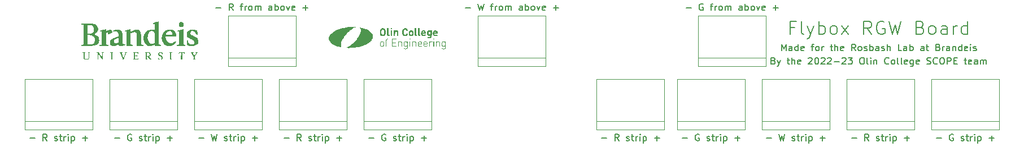
<source format=gto>
G04 #@! TF.GenerationSoftware,KiCad,Pcbnew,(6.0.7)*
G04 #@! TF.CreationDate,2023-03-12T11:42:06-04:00*
G04 #@! TF.ProjectId,RGW LED board,52475720-4c45-4442-9062-6f6172642e6b,rev?*
G04 #@! TF.SameCoordinates,Original*
G04 #@! TF.FileFunction,Legend,Top*
G04 #@! TF.FilePolarity,Positive*
%FSLAX46Y46*%
G04 Gerber Fmt 4.6, Leading zero omitted, Abs format (unit mm)*
G04 Created by KiCad (PCBNEW (6.0.7)) date 2023-03-12 11:42:06*
%MOMM*%
%LPD*%
G01*
G04 APERTURE LIST*
%ADD10C,0.200000*%
%ADD11C,0.150000*%
%ADD12C,0.120000*%
G04 APERTURE END LIST*
D10*
X178214571Y-34488380D02*
X178214571Y-33488380D01*
X178547904Y-34202666D01*
X178881238Y-33488380D01*
X178881238Y-34488380D01*
X179786000Y-34488380D02*
X179786000Y-33964571D01*
X179738380Y-33869333D01*
X179643142Y-33821714D01*
X179452666Y-33821714D01*
X179357428Y-33869333D01*
X179786000Y-34440761D02*
X179690761Y-34488380D01*
X179452666Y-34488380D01*
X179357428Y-34440761D01*
X179309809Y-34345523D01*
X179309809Y-34250285D01*
X179357428Y-34155047D01*
X179452666Y-34107428D01*
X179690761Y-34107428D01*
X179786000Y-34059809D01*
X180690761Y-34488380D02*
X180690761Y-33488380D01*
X180690761Y-34440761D02*
X180595523Y-34488380D01*
X180405047Y-34488380D01*
X180309809Y-34440761D01*
X180262190Y-34393142D01*
X180214571Y-34297904D01*
X180214571Y-34012190D01*
X180262190Y-33916952D01*
X180309809Y-33869333D01*
X180405047Y-33821714D01*
X180595523Y-33821714D01*
X180690761Y-33869333D01*
X181547904Y-34440761D02*
X181452666Y-34488380D01*
X181262190Y-34488380D01*
X181166952Y-34440761D01*
X181119333Y-34345523D01*
X181119333Y-33964571D01*
X181166952Y-33869333D01*
X181262190Y-33821714D01*
X181452666Y-33821714D01*
X181547904Y-33869333D01*
X181595523Y-33964571D01*
X181595523Y-34059809D01*
X181119333Y-34155047D01*
X182643142Y-33821714D02*
X183024095Y-33821714D01*
X182786000Y-34488380D02*
X182786000Y-33631238D01*
X182833619Y-33536000D01*
X182928857Y-33488380D01*
X183024095Y-33488380D01*
X183500285Y-34488380D02*
X183405047Y-34440761D01*
X183357428Y-34393142D01*
X183309809Y-34297904D01*
X183309809Y-34012190D01*
X183357428Y-33916952D01*
X183405047Y-33869333D01*
X183500285Y-33821714D01*
X183643142Y-33821714D01*
X183738380Y-33869333D01*
X183786000Y-33916952D01*
X183833619Y-34012190D01*
X183833619Y-34297904D01*
X183786000Y-34393142D01*
X183738380Y-34440761D01*
X183643142Y-34488380D01*
X183500285Y-34488380D01*
X184262190Y-34488380D02*
X184262190Y-33821714D01*
X184262190Y-34012190D02*
X184309809Y-33916952D01*
X184357428Y-33869333D01*
X184452666Y-33821714D01*
X184547904Y-33821714D01*
X185500285Y-33821714D02*
X185881238Y-33821714D01*
X185643142Y-33488380D02*
X185643142Y-34345523D01*
X185690761Y-34440761D01*
X185786000Y-34488380D01*
X185881238Y-34488380D01*
X186214571Y-34488380D02*
X186214571Y-33488380D01*
X186643142Y-34488380D02*
X186643142Y-33964571D01*
X186595523Y-33869333D01*
X186500285Y-33821714D01*
X186357428Y-33821714D01*
X186262190Y-33869333D01*
X186214571Y-33916952D01*
X187500285Y-34440761D02*
X187405047Y-34488380D01*
X187214571Y-34488380D01*
X187119333Y-34440761D01*
X187071714Y-34345523D01*
X187071714Y-33964571D01*
X187119333Y-33869333D01*
X187214571Y-33821714D01*
X187405047Y-33821714D01*
X187500285Y-33869333D01*
X187547904Y-33964571D01*
X187547904Y-34059809D01*
X187071714Y-34155047D01*
X189309809Y-34488380D02*
X188976476Y-34012190D01*
X188738380Y-34488380D02*
X188738380Y-33488380D01*
X189119333Y-33488380D01*
X189214571Y-33536000D01*
X189262190Y-33583619D01*
X189309809Y-33678857D01*
X189309809Y-33821714D01*
X189262190Y-33916952D01*
X189214571Y-33964571D01*
X189119333Y-34012190D01*
X188738380Y-34012190D01*
X189881238Y-34488380D02*
X189786000Y-34440761D01*
X189738380Y-34393142D01*
X189690761Y-34297904D01*
X189690761Y-34012190D01*
X189738380Y-33916952D01*
X189786000Y-33869333D01*
X189881238Y-33821714D01*
X190024095Y-33821714D01*
X190119333Y-33869333D01*
X190166952Y-33916952D01*
X190214571Y-34012190D01*
X190214571Y-34297904D01*
X190166952Y-34393142D01*
X190119333Y-34440761D01*
X190024095Y-34488380D01*
X189881238Y-34488380D01*
X190595523Y-34440761D02*
X190690761Y-34488380D01*
X190881238Y-34488380D01*
X190976476Y-34440761D01*
X191024095Y-34345523D01*
X191024095Y-34297904D01*
X190976476Y-34202666D01*
X190881238Y-34155047D01*
X190738380Y-34155047D01*
X190643142Y-34107428D01*
X190595523Y-34012190D01*
X190595523Y-33964571D01*
X190643142Y-33869333D01*
X190738380Y-33821714D01*
X190881238Y-33821714D01*
X190976476Y-33869333D01*
X191452666Y-34488380D02*
X191452666Y-33488380D01*
X191452666Y-33869333D02*
X191547904Y-33821714D01*
X191738380Y-33821714D01*
X191833619Y-33869333D01*
X191881238Y-33916952D01*
X191928857Y-34012190D01*
X191928857Y-34297904D01*
X191881238Y-34393142D01*
X191833619Y-34440761D01*
X191738380Y-34488380D01*
X191547904Y-34488380D01*
X191452666Y-34440761D01*
X192786000Y-34488380D02*
X192786000Y-33964571D01*
X192738380Y-33869333D01*
X192643142Y-33821714D01*
X192452666Y-33821714D01*
X192357428Y-33869333D01*
X192786000Y-34440761D02*
X192690761Y-34488380D01*
X192452666Y-34488380D01*
X192357428Y-34440761D01*
X192309809Y-34345523D01*
X192309809Y-34250285D01*
X192357428Y-34155047D01*
X192452666Y-34107428D01*
X192690761Y-34107428D01*
X192786000Y-34059809D01*
X193214571Y-34440761D02*
X193309809Y-34488380D01*
X193500285Y-34488380D01*
X193595523Y-34440761D01*
X193643142Y-34345523D01*
X193643142Y-34297904D01*
X193595523Y-34202666D01*
X193500285Y-34155047D01*
X193357428Y-34155047D01*
X193262190Y-34107428D01*
X193214571Y-34012190D01*
X193214571Y-33964571D01*
X193262190Y-33869333D01*
X193357428Y-33821714D01*
X193500285Y-33821714D01*
X193595523Y-33869333D01*
X194071714Y-34488380D02*
X194071714Y-33488380D01*
X194500285Y-34488380D02*
X194500285Y-33964571D01*
X194452666Y-33869333D01*
X194357428Y-33821714D01*
X194214571Y-33821714D01*
X194119333Y-33869333D01*
X194071714Y-33916952D01*
X196214571Y-34488380D02*
X195738380Y-34488380D01*
X195738380Y-33488380D01*
X196976476Y-34488380D02*
X196976476Y-33964571D01*
X196928857Y-33869333D01*
X196833619Y-33821714D01*
X196643142Y-33821714D01*
X196547904Y-33869333D01*
X196976476Y-34440761D02*
X196881238Y-34488380D01*
X196643142Y-34488380D01*
X196547904Y-34440761D01*
X196500285Y-34345523D01*
X196500285Y-34250285D01*
X196547904Y-34155047D01*
X196643142Y-34107428D01*
X196881238Y-34107428D01*
X196976476Y-34059809D01*
X197452666Y-34488380D02*
X197452666Y-33488380D01*
X197452666Y-33869333D02*
X197547904Y-33821714D01*
X197738380Y-33821714D01*
X197833619Y-33869333D01*
X197881238Y-33916952D01*
X197928857Y-34012190D01*
X197928857Y-34297904D01*
X197881238Y-34393142D01*
X197833619Y-34440761D01*
X197738380Y-34488380D01*
X197547904Y-34488380D01*
X197452666Y-34440761D01*
X199547904Y-34488380D02*
X199547904Y-33964571D01*
X199500285Y-33869333D01*
X199405047Y-33821714D01*
X199214571Y-33821714D01*
X199119333Y-33869333D01*
X199547904Y-34440761D02*
X199452666Y-34488380D01*
X199214571Y-34488380D01*
X199119333Y-34440761D01*
X199071714Y-34345523D01*
X199071714Y-34250285D01*
X199119333Y-34155047D01*
X199214571Y-34107428D01*
X199452666Y-34107428D01*
X199547904Y-34059809D01*
X199881238Y-33821714D02*
X200262190Y-33821714D01*
X200024095Y-33488380D02*
X200024095Y-34345523D01*
X200071714Y-34440761D01*
X200166952Y-34488380D01*
X200262190Y-34488380D01*
X201690761Y-33964571D02*
X201833619Y-34012190D01*
X201881238Y-34059809D01*
X201928857Y-34155047D01*
X201928857Y-34297904D01*
X201881238Y-34393142D01*
X201833619Y-34440761D01*
X201738380Y-34488380D01*
X201357428Y-34488380D01*
X201357428Y-33488380D01*
X201690761Y-33488380D01*
X201785999Y-33536000D01*
X201833619Y-33583619D01*
X201881238Y-33678857D01*
X201881238Y-33774095D01*
X201833619Y-33869333D01*
X201785999Y-33916952D01*
X201690761Y-33964571D01*
X201357428Y-33964571D01*
X202357428Y-34488380D02*
X202357428Y-33821714D01*
X202357428Y-34012190D02*
X202405047Y-33916952D01*
X202452666Y-33869333D01*
X202547904Y-33821714D01*
X202643142Y-33821714D01*
X203405047Y-34488380D02*
X203405047Y-33964571D01*
X203357428Y-33869333D01*
X203262190Y-33821714D01*
X203071714Y-33821714D01*
X202976476Y-33869333D01*
X203405047Y-34440761D02*
X203309809Y-34488380D01*
X203071714Y-34488380D01*
X202976476Y-34440761D01*
X202928857Y-34345523D01*
X202928857Y-34250285D01*
X202976476Y-34155047D01*
X203071714Y-34107428D01*
X203309809Y-34107428D01*
X203405047Y-34059809D01*
X203881238Y-33821714D02*
X203881238Y-34488380D01*
X203881238Y-33916952D02*
X203928857Y-33869333D01*
X204024095Y-33821714D01*
X204166952Y-33821714D01*
X204262190Y-33869333D01*
X204309809Y-33964571D01*
X204309809Y-34488380D01*
X205214571Y-34488380D02*
X205214571Y-33488380D01*
X205214571Y-34440761D02*
X205119333Y-34488380D01*
X204928857Y-34488380D01*
X204833619Y-34440761D01*
X204785999Y-34393142D01*
X204738380Y-34297904D01*
X204738380Y-34012190D01*
X204785999Y-33916952D01*
X204833619Y-33869333D01*
X204928857Y-33821714D01*
X205119333Y-33821714D01*
X205214571Y-33869333D01*
X206071714Y-34440761D02*
X205976476Y-34488380D01*
X205785999Y-34488380D01*
X205690761Y-34440761D01*
X205643142Y-34345523D01*
X205643142Y-33964571D01*
X205690761Y-33869333D01*
X205785999Y-33821714D01*
X205976476Y-33821714D01*
X206071714Y-33869333D01*
X206119333Y-33964571D01*
X206119333Y-34059809D01*
X205643142Y-34155047D01*
X206547904Y-34488380D02*
X206547904Y-33821714D01*
X206547904Y-33488380D02*
X206500285Y-33536000D01*
X206547904Y-33583619D01*
X206595523Y-33536000D01*
X206547904Y-33488380D01*
X206547904Y-33583619D01*
X206976476Y-34440761D02*
X207071714Y-34488380D01*
X207262190Y-34488380D01*
X207357428Y-34440761D01*
X207405047Y-34345523D01*
X207405047Y-34297904D01*
X207357428Y-34202666D01*
X207262190Y-34155047D01*
X207119333Y-34155047D01*
X207024095Y-34107428D01*
X206976476Y-34012190D01*
X206976476Y-33964571D01*
X207024095Y-33869333D01*
X207119333Y-33821714D01*
X207262190Y-33821714D01*
X207357428Y-33869333D01*
X177000285Y-35996571D02*
X177143142Y-36044190D01*
X177190761Y-36091809D01*
X177238380Y-36187047D01*
X177238380Y-36329904D01*
X177190761Y-36425142D01*
X177143142Y-36472761D01*
X177047904Y-36520380D01*
X176666952Y-36520380D01*
X176666952Y-35520380D01*
X177000285Y-35520380D01*
X177095523Y-35568000D01*
X177143142Y-35615619D01*
X177190761Y-35710857D01*
X177190761Y-35806095D01*
X177143142Y-35901333D01*
X177095523Y-35948952D01*
X177000285Y-35996571D01*
X176666952Y-35996571D01*
X177571714Y-35853714D02*
X177809809Y-36520380D01*
X178047904Y-35853714D02*
X177809809Y-36520380D01*
X177714571Y-36758476D01*
X177666952Y-36806095D01*
X177571714Y-36853714D01*
X179047904Y-35853714D02*
X179428857Y-35853714D01*
X179190761Y-35520380D02*
X179190761Y-36377523D01*
X179238380Y-36472761D01*
X179333619Y-36520380D01*
X179428857Y-36520380D01*
X179762190Y-36520380D02*
X179762190Y-35520380D01*
X180190761Y-36520380D02*
X180190761Y-35996571D01*
X180143142Y-35901333D01*
X180047904Y-35853714D01*
X179905047Y-35853714D01*
X179809809Y-35901333D01*
X179762190Y-35948952D01*
X181047904Y-36472761D02*
X180952666Y-36520380D01*
X180762190Y-36520380D01*
X180666952Y-36472761D01*
X180619333Y-36377523D01*
X180619333Y-35996571D01*
X180666952Y-35901333D01*
X180762190Y-35853714D01*
X180952666Y-35853714D01*
X181047904Y-35901333D01*
X181095523Y-35996571D01*
X181095523Y-36091809D01*
X180619333Y-36187047D01*
X182238380Y-35615619D02*
X182286000Y-35568000D01*
X182381238Y-35520380D01*
X182619333Y-35520380D01*
X182714571Y-35568000D01*
X182762190Y-35615619D01*
X182809809Y-35710857D01*
X182809809Y-35806095D01*
X182762190Y-35948952D01*
X182190761Y-36520380D01*
X182809809Y-36520380D01*
X183428857Y-35520380D02*
X183524095Y-35520380D01*
X183619333Y-35568000D01*
X183666952Y-35615619D01*
X183714571Y-35710857D01*
X183762190Y-35901333D01*
X183762190Y-36139428D01*
X183714571Y-36329904D01*
X183666952Y-36425142D01*
X183619333Y-36472761D01*
X183524095Y-36520380D01*
X183428857Y-36520380D01*
X183333619Y-36472761D01*
X183286000Y-36425142D01*
X183238380Y-36329904D01*
X183190761Y-36139428D01*
X183190761Y-35901333D01*
X183238380Y-35710857D01*
X183286000Y-35615619D01*
X183333619Y-35568000D01*
X183428857Y-35520380D01*
X184143142Y-35615619D02*
X184190761Y-35568000D01*
X184286000Y-35520380D01*
X184524095Y-35520380D01*
X184619333Y-35568000D01*
X184666952Y-35615619D01*
X184714571Y-35710857D01*
X184714571Y-35806095D01*
X184666952Y-35948952D01*
X184095523Y-36520380D01*
X184714571Y-36520380D01*
X185095523Y-35615619D02*
X185143142Y-35568000D01*
X185238380Y-35520380D01*
X185476476Y-35520380D01*
X185571714Y-35568000D01*
X185619333Y-35615619D01*
X185666952Y-35710857D01*
X185666952Y-35806095D01*
X185619333Y-35948952D01*
X185047904Y-36520380D01*
X185666952Y-36520380D01*
X186095523Y-36139428D02*
X186857428Y-36139428D01*
X187286000Y-35615619D02*
X187333619Y-35568000D01*
X187428857Y-35520380D01*
X187666952Y-35520380D01*
X187762190Y-35568000D01*
X187809809Y-35615619D01*
X187857428Y-35710857D01*
X187857428Y-35806095D01*
X187809809Y-35948952D01*
X187238380Y-36520380D01*
X187857428Y-36520380D01*
X188190761Y-35520380D02*
X188809809Y-35520380D01*
X188476476Y-35901333D01*
X188619333Y-35901333D01*
X188714571Y-35948952D01*
X188762190Y-35996571D01*
X188809809Y-36091809D01*
X188809809Y-36329904D01*
X188762190Y-36425142D01*
X188714571Y-36472761D01*
X188619333Y-36520380D01*
X188333619Y-36520380D01*
X188238380Y-36472761D01*
X188190761Y-36425142D01*
X190190761Y-35520380D02*
X190381238Y-35520380D01*
X190476476Y-35568000D01*
X190571714Y-35663238D01*
X190619333Y-35853714D01*
X190619333Y-36187047D01*
X190571714Y-36377523D01*
X190476476Y-36472761D01*
X190381238Y-36520380D01*
X190190761Y-36520380D01*
X190095523Y-36472761D01*
X190000285Y-36377523D01*
X189952666Y-36187047D01*
X189952666Y-35853714D01*
X190000285Y-35663238D01*
X190095523Y-35568000D01*
X190190761Y-35520380D01*
X191190761Y-36520380D02*
X191095523Y-36472761D01*
X191047904Y-36377523D01*
X191047904Y-35520380D01*
X191571714Y-36520380D02*
X191571714Y-35853714D01*
X191571714Y-35520380D02*
X191524095Y-35568000D01*
X191571714Y-35615619D01*
X191619333Y-35568000D01*
X191571714Y-35520380D01*
X191571714Y-35615619D01*
X192047904Y-35853714D02*
X192047904Y-36520380D01*
X192047904Y-35948952D02*
X192095523Y-35901333D01*
X192190761Y-35853714D01*
X192333619Y-35853714D01*
X192428857Y-35901333D01*
X192476476Y-35996571D01*
X192476476Y-36520380D01*
X194286000Y-36425142D02*
X194238380Y-36472761D01*
X194095523Y-36520380D01*
X194000285Y-36520380D01*
X193857428Y-36472761D01*
X193762190Y-36377523D01*
X193714571Y-36282285D01*
X193666952Y-36091809D01*
X193666952Y-35948952D01*
X193714571Y-35758476D01*
X193762190Y-35663238D01*
X193857428Y-35568000D01*
X194000285Y-35520380D01*
X194095523Y-35520380D01*
X194238380Y-35568000D01*
X194286000Y-35615619D01*
X194857428Y-36520380D02*
X194762190Y-36472761D01*
X194714571Y-36425142D01*
X194666952Y-36329904D01*
X194666952Y-36044190D01*
X194714571Y-35948952D01*
X194762190Y-35901333D01*
X194857428Y-35853714D01*
X195000285Y-35853714D01*
X195095523Y-35901333D01*
X195143142Y-35948952D01*
X195190761Y-36044190D01*
X195190761Y-36329904D01*
X195143142Y-36425142D01*
X195095523Y-36472761D01*
X195000285Y-36520380D01*
X194857428Y-36520380D01*
X195762190Y-36520380D02*
X195666952Y-36472761D01*
X195619333Y-36377523D01*
X195619333Y-35520380D01*
X196286000Y-36520380D02*
X196190761Y-36472761D01*
X196143142Y-36377523D01*
X196143142Y-35520380D01*
X197047904Y-36472761D02*
X196952666Y-36520380D01*
X196762190Y-36520380D01*
X196666952Y-36472761D01*
X196619333Y-36377523D01*
X196619333Y-35996571D01*
X196666952Y-35901333D01*
X196762190Y-35853714D01*
X196952666Y-35853714D01*
X197047904Y-35901333D01*
X197095523Y-35996571D01*
X197095523Y-36091809D01*
X196619333Y-36187047D01*
X197952666Y-35853714D02*
X197952666Y-36663238D01*
X197905047Y-36758476D01*
X197857428Y-36806095D01*
X197762190Y-36853714D01*
X197619333Y-36853714D01*
X197524095Y-36806095D01*
X197952666Y-36472761D02*
X197857428Y-36520380D01*
X197666952Y-36520380D01*
X197571714Y-36472761D01*
X197524095Y-36425142D01*
X197476476Y-36329904D01*
X197476476Y-36044190D01*
X197524095Y-35948952D01*
X197571714Y-35901333D01*
X197666952Y-35853714D01*
X197857428Y-35853714D01*
X197952666Y-35901333D01*
X198809809Y-36472761D02*
X198714571Y-36520380D01*
X198524095Y-36520380D01*
X198428857Y-36472761D01*
X198381238Y-36377523D01*
X198381238Y-35996571D01*
X198428857Y-35901333D01*
X198524095Y-35853714D01*
X198714571Y-35853714D01*
X198809809Y-35901333D01*
X198857428Y-35996571D01*
X198857428Y-36091809D01*
X198381238Y-36187047D01*
X200000285Y-36472761D02*
X200143142Y-36520380D01*
X200381238Y-36520380D01*
X200476476Y-36472761D01*
X200524095Y-36425142D01*
X200571714Y-36329904D01*
X200571714Y-36234666D01*
X200524095Y-36139428D01*
X200476476Y-36091809D01*
X200381238Y-36044190D01*
X200190761Y-35996571D01*
X200095523Y-35948952D01*
X200047904Y-35901333D01*
X200000285Y-35806095D01*
X200000285Y-35710857D01*
X200047904Y-35615619D01*
X200095523Y-35568000D01*
X200190761Y-35520380D01*
X200428857Y-35520380D01*
X200571714Y-35568000D01*
X201571714Y-36425142D02*
X201524095Y-36472761D01*
X201381238Y-36520380D01*
X201285999Y-36520380D01*
X201143142Y-36472761D01*
X201047904Y-36377523D01*
X201000285Y-36282285D01*
X200952666Y-36091809D01*
X200952666Y-35948952D01*
X201000285Y-35758476D01*
X201047904Y-35663238D01*
X201143142Y-35568000D01*
X201285999Y-35520380D01*
X201381238Y-35520380D01*
X201524095Y-35568000D01*
X201571714Y-35615619D01*
X202190761Y-35520380D02*
X202381238Y-35520380D01*
X202476476Y-35568000D01*
X202571714Y-35663238D01*
X202619333Y-35853714D01*
X202619333Y-36187047D01*
X202571714Y-36377523D01*
X202476476Y-36472761D01*
X202381238Y-36520380D01*
X202190761Y-36520380D01*
X202095523Y-36472761D01*
X202000285Y-36377523D01*
X201952666Y-36187047D01*
X201952666Y-35853714D01*
X202000285Y-35663238D01*
X202095523Y-35568000D01*
X202190761Y-35520380D01*
X203047904Y-36520380D02*
X203047904Y-35520380D01*
X203428857Y-35520380D01*
X203524095Y-35568000D01*
X203571714Y-35615619D01*
X203619333Y-35710857D01*
X203619333Y-35853714D01*
X203571714Y-35948952D01*
X203524095Y-35996571D01*
X203428857Y-36044190D01*
X203047904Y-36044190D01*
X204047904Y-35996571D02*
X204381238Y-35996571D01*
X204524095Y-36520380D02*
X204047904Y-36520380D01*
X204047904Y-35520380D01*
X204524095Y-35520380D01*
X205571714Y-35853714D02*
X205952666Y-35853714D01*
X205714571Y-35520380D02*
X205714571Y-36377523D01*
X205762190Y-36472761D01*
X205857428Y-36520380D01*
X205952666Y-36520380D01*
X206666952Y-36472761D02*
X206571714Y-36520380D01*
X206381238Y-36520380D01*
X206285999Y-36472761D01*
X206238380Y-36377523D01*
X206238380Y-35996571D01*
X206285999Y-35901333D01*
X206381238Y-35853714D01*
X206571714Y-35853714D01*
X206666952Y-35901333D01*
X206714571Y-35996571D01*
X206714571Y-36091809D01*
X206238380Y-36187047D01*
X207571714Y-36520380D02*
X207571714Y-35996571D01*
X207524095Y-35901333D01*
X207428857Y-35853714D01*
X207238380Y-35853714D01*
X207143142Y-35901333D01*
X207571714Y-36472761D02*
X207476476Y-36520380D01*
X207238380Y-36520380D01*
X207143142Y-36472761D01*
X207095523Y-36377523D01*
X207095523Y-36282285D01*
X207143142Y-36187047D01*
X207238380Y-36139428D01*
X207476476Y-36139428D01*
X207571714Y-36091809D01*
X208047904Y-36520380D02*
X208047904Y-35853714D01*
X208047904Y-35948952D02*
X208095523Y-35901333D01*
X208190761Y-35853714D01*
X208333619Y-35853714D01*
X208428857Y-35901333D01*
X208476476Y-35996571D01*
X208476476Y-36520380D01*
X208476476Y-35996571D02*
X208524095Y-35901333D01*
X208619333Y-35853714D01*
X208762190Y-35853714D01*
X208857428Y-35901333D01*
X208905047Y-35996571D01*
X208905047Y-36520380D01*
X180166952Y-30972142D02*
X179500285Y-30972142D01*
X179500285Y-32019761D02*
X179500285Y-30019761D01*
X180452666Y-30019761D01*
X181500285Y-32019761D02*
X181309809Y-31924523D01*
X181214571Y-31734047D01*
X181214571Y-30019761D01*
X182071714Y-30686428D02*
X182547904Y-32019761D01*
X183024095Y-30686428D02*
X182547904Y-32019761D01*
X182357428Y-32495952D01*
X182262190Y-32591190D01*
X182071714Y-32686428D01*
X183786000Y-32019761D02*
X183786000Y-30019761D01*
X183786000Y-30781666D02*
X183976476Y-30686428D01*
X184357428Y-30686428D01*
X184547904Y-30781666D01*
X184643142Y-30876904D01*
X184738380Y-31067380D01*
X184738380Y-31638809D01*
X184643142Y-31829285D01*
X184547904Y-31924523D01*
X184357428Y-32019761D01*
X183976476Y-32019761D01*
X183786000Y-31924523D01*
X185881238Y-32019761D02*
X185690761Y-31924523D01*
X185595523Y-31829285D01*
X185500285Y-31638809D01*
X185500285Y-31067380D01*
X185595523Y-30876904D01*
X185690761Y-30781666D01*
X185881238Y-30686428D01*
X186166952Y-30686428D01*
X186357428Y-30781666D01*
X186452666Y-30876904D01*
X186547904Y-31067380D01*
X186547904Y-31638809D01*
X186452666Y-31829285D01*
X186357428Y-31924523D01*
X186166952Y-32019761D01*
X185881238Y-32019761D01*
X187214571Y-32019761D02*
X188262190Y-30686428D01*
X187214571Y-30686428D02*
X188262190Y-32019761D01*
X191690761Y-32019761D02*
X191024095Y-31067380D01*
X190547904Y-32019761D02*
X190547904Y-30019761D01*
X191309809Y-30019761D01*
X191500285Y-30115000D01*
X191595523Y-30210238D01*
X191690761Y-30400714D01*
X191690761Y-30686428D01*
X191595523Y-30876904D01*
X191500285Y-30972142D01*
X191309809Y-31067380D01*
X190547904Y-31067380D01*
X193595523Y-30115000D02*
X193405047Y-30019761D01*
X193119333Y-30019761D01*
X192833619Y-30115000D01*
X192643142Y-30305476D01*
X192547904Y-30495952D01*
X192452666Y-30876904D01*
X192452666Y-31162619D01*
X192547904Y-31543571D01*
X192643142Y-31734047D01*
X192833619Y-31924523D01*
X193119333Y-32019761D01*
X193309809Y-32019761D01*
X193595523Y-31924523D01*
X193690761Y-31829285D01*
X193690761Y-31162619D01*
X193309809Y-31162619D01*
X194357428Y-30019761D02*
X194833619Y-32019761D01*
X195214571Y-30591190D01*
X195595523Y-32019761D01*
X196071714Y-30019761D01*
X199024095Y-30972142D02*
X199309809Y-31067380D01*
X199405047Y-31162619D01*
X199500285Y-31353095D01*
X199500285Y-31638809D01*
X199405047Y-31829285D01*
X199309809Y-31924523D01*
X199119333Y-32019761D01*
X198357428Y-32019761D01*
X198357428Y-30019761D01*
X199024095Y-30019761D01*
X199214571Y-30115000D01*
X199309809Y-30210238D01*
X199405047Y-30400714D01*
X199405047Y-30591190D01*
X199309809Y-30781666D01*
X199214571Y-30876904D01*
X199024095Y-30972142D01*
X198357428Y-30972142D01*
X200643142Y-32019761D02*
X200452666Y-31924523D01*
X200357428Y-31829285D01*
X200262190Y-31638809D01*
X200262190Y-31067380D01*
X200357428Y-30876904D01*
X200452666Y-30781666D01*
X200643142Y-30686428D01*
X200928857Y-30686428D01*
X201119333Y-30781666D01*
X201214571Y-30876904D01*
X201309809Y-31067380D01*
X201309809Y-31638809D01*
X201214571Y-31829285D01*
X201119333Y-31924523D01*
X200928857Y-32019761D01*
X200643142Y-32019761D01*
X203024095Y-32019761D02*
X203024095Y-30972142D01*
X202928857Y-30781666D01*
X202738380Y-30686428D01*
X202357428Y-30686428D01*
X202166952Y-30781666D01*
X203024095Y-31924523D02*
X202833619Y-32019761D01*
X202357428Y-32019761D01*
X202166952Y-31924523D01*
X202071714Y-31734047D01*
X202071714Y-31543571D01*
X202166952Y-31353095D01*
X202357428Y-31257857D01*
X202833619Y-31257857D01*
X203024095Y-31162619D01*
X203976476Y-32019761D02*
X203976476Y-30686428D01*
X203976476Y-31067380D02*
X204071714Y-30876904D01*
X204166952Y-30781666D01*
X204357428Y-30686428D01*
X204547904Y-30686428D01*
X206071714Y-32019761D02*
X206071714Y-30019761D01*
X206071714Y-31924523D02*
X205881238Y-32019761D01*
X205500285Y-32019761D01*
X205309809Y-31924523D01*
X205214571Y-31829285D01*
X205119333Y-31638809D01*
X205119333Y-31067380D01*
X205214571Y-30876904D01*
X205309809Y-30781666D01*
X205500285Y-30686428D01*
X205881238Y-30686428D01*
X206071714Y-30781666D01*
D11*
G04 #@! TO.C,J8*
X163306666Y-47696428D02*
X164068571Y-47696428D01*
X165830476Y-47125000D02*
X165735238Y-47077380D01*
X165592380Y-47077380D01*
X165449523Y-47125000D01*
X165354285Y-47220238D01*
X165306666Y-47315476D01*
X165259047Y-47505952D01*
X165259047Y-47648809D01*
X165306666Y-47839285D01*
X165354285Y-47934523D01*
X165449523Y-48029761D01*
X165592380Y-48077380D01*
X165687619Y-48077380D01*
X165830476Y-48029761D01*
X165878095Y-47982142D01*
X165878095Y-47648809D01*
X165687619Y-47648809D01*
X167020952Y-48029761D02*
X167116190Y-48077380D01*
X167306666Y-48077380D01*
X167401904Y-48029761D01*
X167449523Y-47934523D01*
X167449523Y-47886904D01*
X167401904Y-47791666D01*
X167306666Y-47744047D01*
X167163809Y-47744047D01*
X167068571Y-47696428D01*
X167020952Y-47601190D01*
X167020952Y-47553571D01*
X167068571Y-47458333D01*
X167163809Y-47410714D01*
X167306666Y-47410714D01*
X167401904Y-47458333D01*
X167735238Y-47410714D02*
X168116190Y-47410714D01*
X167878095Y-47077380D02*
X167878095Y-47934523D01*
X167925714Y-48029761D01*
X168020952Y-48077380D01*
X168116190Y-48077380D01*
X168449523Y-48077380D02*
X168449523Y-47410714D01*
X168449523Y-47601190D02*
X168497142Y-47505952D01*
X168544761Y-47458333D01*
X168640000Y-47410714D01*
X168735238Y-47410714D01*
X169068571Y-48077380D02*
X169068571Y-47410714D01*
X169068571Y-47077380D02*
X169020952Y-47125000D01*
X169068571Y-47172619D01*
X169116190Y-47125000D01*
X169068571Y-47077380D01*
X169068571Y-47172619D01*
X169544761Y-47410714D02*
X169544761Y-48410714D01*
X169544761Y-47458333D02*
X169640000Y-47410714D01*
X169830476Y-47410714D01*
X169925714Y-47458333D01*
X169973333Y-47505952D01*
X170020952Y-47601190D01*
X170020952Y-47886904D01*
X169973333Y-47982142D01*
X169925714Y-48029761D01*
X169830476Y-48077380D01*
X169640000Y-48077380D01*
X169544761Y-48029761D01*
X171211428Y-47696428D02*
X171973333Y-47696428D01*
X171592380Y-48077380D02*
X171592380Y-47315476D01*
G04 #@! TO.C,J2*
X201406666Y-47696428D02*
X202168571Y-47696428D01*
X203930476Y-47125000D02*
X203835238Y-47077380D01*
X203692380Y-47077380D01*
X203549523Y-47125000D01*
X203454285Y-47220238D01*
X203406666Y-47315476D01*
X203359047Y-47505952D01*
X203359047Y-47648809D01*
X203406666Y-47839285D01*
X203454285Y-47934523D01*
X203549523Y-48029761D01*
X203692380Y-48077380D01*
X203787619Y-48077380D01*
X203930476Y-48029761D01*
X203978095Y-47982142D01*
X203978095Y-47648809D01*
X203787619Y-47648809D01*
X205120952Y-48029761D02*
X205216190Y-48077380D01*
X205406666Y-48077380D01*
X205501904Y-48029761D01*
X205549523Y-47934523D01*
X205549523Y-47886904D01*
X205501904Y-47791666D01*
X205406666Y-47744047D01*
X205263809Y-47744047D01*
X205168571Y-47696428D01*
X205120952Y-47601190D01*
X205120952Y-47553571D01*
X205168571Y-47458333D01*
X205263809Y-47410714D01*
X205406666Y-47410714D01*
X205501904Y-47458333D01*
X205835238Y-47410714D02*
X206216190Y-47410714D01*
X205978095Y-47077380D02*
X205978095Y-47934523D01*
X206025714Y-48029761D01*
X206120952Y-48077380D01*
X206216190Y-48077380D01*
X206549523Y-48077380D02*
X206549523Y-47410714D01*
X206549523Y-47601190D02*
X206597142Y-47505952D01*
X206644761Y-47458333D01*
X206740000Y-47410714D01*
X206835238Y-47410714D01*
X207168571Y-48077380D02*
X207168571Y-47410714D01*
X207168571Y-47077380D02*
X207120952Y-47125000D01*
X207168571Y-47172619D01*
X207216190Y-47125000D01*
X207168571Y-47077380D01*
X207168571Y-47172619D01*
X207644761Y-47410714D02*
X207644761Y-48410714D01*
X207644761Y-47458333D02*
X207740000Y-47410714D01*
X207930476Y-47410714D01*
X208025714Y-47458333D01*
X208073333Y-47505952D01*
X208120952Y-47601190D01*
X208120952Y-47886904D01*
X208073333Y-47982142D01*
X208025714Y-48029761D01*
X207930476Y-48077380D01*
X207740000Y-48077380D01*
X207644761Y-48029761D01*
X209311428Y-47696428D02*
X210073333Y-47696428D01*
X209692380Y-48077380D02*
X209692380Y-47315476D01*
G04 #@! TO.C,J13*
X78216666Y-47696428D02*
X78978571Y-47696428D01*
X80740476Y-47125000D02*
X80645238Y-47077380D01*
X80502380Y-47077380D01*
X80359523Y-47125000D01*
X80264285Y-47220238D01*
X80216666Y-47315476D01*
X80169047Y-47505952D01*
X80169047Y-47648809D01*
X80216666Y-47839285D01*
X80264285Y-47934523D01*
X80359523Y-48029761D01*
X80502380Y-48077380D01*
X80597619Y-48077380D01*
X80740476Y-48029761D01*
X80788095Y-47982142D01*
X80788095Y-47648809D01*
X80597619Y-47648809D01*
X81930952Y-48029761D02*
X82026190Y-48077380D01*
X82216666Y-48077380D01*
X82311904Y-48029761D01*
X82359523Y-47934523D01*
X82359523Y-47886904D01*
X82311904Y-47791666D01*
X82216666Y-47744047D01*
X82073809Y-47744047D01*
X81978571Y-47696428D01*
X81930952Y-47601190D01*
X81930952Y-47553571D01*
X81978571Y-47458333D01*
X82073809Y-47410714D01*
X82216666Y-47410714D01*
X82311904Y-47458333D01*
X82645238Y-47410714D02*
X83026190Y-47410714D01*
X82788095Y-47077380D02*
X82788095Y-47934523D01*
X82835714Y-48029761D01*
X82930952Y-48077380D01*
X83026190Y-48077380D01*
X83359523Y-48077380D02*
X83359523Y-47410714D01*
X83359523Y-47601190D02*
X83407142Y-47505952D01*
X83454761Y-47458333D01*
X83550000Y-47410714D01*
X83645238Y-47410714D01*
X83978571Y-48077380D02*
X83978571Y-47410714D01*
X83978571Y-47077380D02*
X83930952Y-47125000D01*
X83978571Y-47172619D01*
X84026190Y-47125000D01*
X83978571Y-47077380D01*
X83978571Y-47172619D01*
X84454761Y-47410714D02*
X84454761Y-48410714D01*
X84454761Y-47458333D02*
X84550000Y-47410714D01*
X84740476Y-47410714D01*
X84835714Y-47458333D01*
X84883333Y-47505952D01*
X84930952Y-47601190D01*
X84930952Y-47886904D01*
X84883333Y-47982142D01*
X84835714Y-48029761D01*
X84740476Y-48077380D01*
X84550000Y-48077380D01*
X84454761Y-48029761D01*
X86121428Y-47696428D02*
X86883333Y-47696428D01*
X86502380Y-48077380D02*
X86502380Y-47315476D01*
G04 #@! TO.C,J3*
X93425238Y-28011428D02*
X94187142Y-28011428D01*
X95996666Y-28392380D02*
X95663333Y-27916190D01*
X95425238Y-28392380D02*
X95425238Y-27392380D01*
X95806190Y-27392380D01*
X95901428Y-27440000D01*
X95949047Y-27487619D01*
X95996666Y-27582857D01*
X95996666Y-27725714D01*
X95949047Y-27820952D01*
X95901428Y-27868571D01*
X95806190Y-27916190D01*
X95425238Y-27916190D01*
X97044285Y-27725714D02*
X97425238Y-27725714D01*
X97187142Y-28392380D02*
X97187142Y-27535238D01*
X97234761Y-27440000D01*
X97330000Y-27392380D01*
X97425238Y-27392380D01*
X97758571Y-28392380D02*
X97758571Y-27725714D01*
X97758571Y-27916190D02*
X97806190Y-27820952D01*
X97853809Y-27773333D01*
X97949047Y-27725714D01*
X98044285Y-27725714D01*
X98520476Y-28392380D02*
X98425238Y-28344761D01*
X98377619Y-28297142D01*
X98330000Y-28201904D01*
X98330000Y-27916190D01*
X98377619Y-27820952D01*
X98425238Y-27773333D01*
X98520476Y-27725714D01*
X98663333Y-27725714D01*
X98758571Y-27773333D01*
X98806190Y-27820952D01*
X98853809Y-27916190D01*
X98853809Y-28201904D01*
X98806190Y-28297142D01*
X98758571Y-28344761D01*
X98663333Y-28392380D01*
X98520476Y-28392380D01*
X99282380Y-28392380D02*
X99282380Y-27725714D01*
X99282380Y-27820952D02*
X99330000Y-27773333D01*
X99425238Y-27725714D01*
X99568095Y-27725714D01*
X99663333Y-27773333D01*
X99710952Y-27868571D01*
X99710952Y-28392380D01*
X99710952Y-27868571D02*
X99758571Y-27773333D01*
X99853809Y-27725714D01*
X99996666Y-27725714D01*
X100091904Y-27773333D01*
X100139523Y-27868571D01*
X100139523Y-28392380D01*
X101806190Y-28392380D02*
X101806190Y-27868571D01*
X101758571Y-27773333D01*
X101663333Y-27725714D01*
X101472857Y-27725714D01*
X101377619Y-27773333D01*
X101806190Y-28344761D02*
X101710952Y-28392380D01*
X101472857Y-28392380D01*
X101377619Y-28344761D01*
X101330000Y-28249523D01*
X101330000Y-28154285D01*
X101377619Y-28059047D01*
X101472857Y-28011428D01*
X101710952Y-28011428D01*
X101806190Y-27963809D01*
X102282380Y-28392380D02*
X102282380Y-27392380D01*
X102282380Y-27773333D02*
X102377619Y-27725714D01*
X102568095Y-27725714D01*
X102663333Y-27773333D01*
X102710952Y-27820952D01*
X102758571Y-27916190D01*
X102758571Y-28201904D01*
X102710952Y-28297142D01*
X102663333Y-28344761D01*
X102568095Y-28392380D01*
X102377619Y-28392380D01*
X102282380Y-28344761D01*
X103330000Y-28392380D02*
X103234761Y-28344761D01*
X103187142Y-28297142D01*
X103139523Y-28201904D01*
X103139523Y-27916190D01*
X103187142Y-27820952D01*
X103234761Y-27773333D01*
X103330000Y-27725714D01*
X103472857Y-27725714D01*
X103568095Y-27773333D01*
X103615714Y-27820952D01*
X103663333Y-27916190D01*
X103663333Y-28201904D01*
X103615714Y-28297142D01*
X103568095Y-28344761D01*
X103472857Y-28392380D01*
X103330000Y-28392380D01*
X103996666Y-27725714D02*
X104234761Y-28392380D01*
X104472857Y-27725714D01*
X105234761Y-28344761D02*
X105139523Y-28392380D01*
X104949047Y-28392380D01*
X104853809Y-28344761D01*
X104806190Y-28249523D01*
X104806190Y-27868571D01*
X104853809Y-27773333D01*
X104949047Y-27725714D01*
X105139523Y-27725714D01*
X105234761Y-27773333D01*
X105282380Y-27868571D01*
X105282380Y-27963809D01*
X104806190Y-28059047D01*
X106472857Y-28011428D02*
X107234761Y-28011428D01*
X106853809Y-28392380D02*
X106853809Y-27630476D01*
G04 #@! TO.C,J12*
X188706666Y-47696428D02*
X189468571Y-47696428D01*
X191278095Y-48077380D02*
X190944761Y-47601190D01*
X190706666Y-48077380D02*
X190706666Y-47077380D01*
X191087619Y-47077380D01*
X191182857Y-47125000D01*
X191230476Y-47172619D01*
X191278095Y-47267857D01*
X191278095Y-47410714D01*
X191230476Y-47505952D01*
X191182857Y-47553571D01*
X191087619Y-47601190D01*
X190706666Y-47601190D01*
X192420952Y-48029761D02*
X192516190Y-48077380D01*
X192706666Y-48077380D01*
X192801904Y-48029761D01*
X192849523Y-47934523D01*
X192849523Y-47886904D01*
X192801904Y-47791666D01*
X192706666Y-47744047D01*
X192563809Y-47744047D01*
X192468571Y-47696428D01*
X192420952Y-47601190D01*
X192420952Y-47553571D01*
X192468571Y-47458333D01*
X192563809Y-47410714D01*
X192706666Y-47410714D01*
X192801904Y-47458333D01*
X193135238Y-47410714D02*
X193516190Y-47410714D01*
X193278095Y-47077380D02*
X193278095Y-47934523D01*
X193325714Y-48029761D01*
X193420952Y-48077380D01*
X193516190Y-48077380D01*
X193849523Y-48077380D02*
X193849523Y-47410714D01*
X193849523Y-47601190D02*
X193897142Y-47505952D01*
X193944761Y-47458333D01*
X194040000Y-47410714D01*
X194135238Y-47410714D01*
X194468571Y-48077380D02*
X194468571Y-47410714D01*
X194468571Y-47077380D02*
X194420952Y-47125000D01*
X194468571Y-47172619D01*
X194516190Y-47125000D01*
X194468571Y-47077380D01*
X194468571Y-47172619D01*
X194944761Y-47410714D02*
X194944761Y-48410714D01*
X194944761Y-47458333D02*
X195040000Y-47410714D01*
X195230476Y-47410714D01*
X195325714Y-47458333D01*
X195373333Y-47505952D01*
X195420952Y-47601190D01*
X195420952Y-47886904D01*
X195373333Y-47982142D01*
X195325714Y-48029761D01*
X195230476Y-48077380D01*
X195040000Y-48077380D01*
X194944761Y-48029761D01*
X196611428Y-47696428D02*
X197373333Y-47696428D01*
X196992380Y-48077380D02*
X196992380Y-47315476D01*
G04 #@! TO.C,J7*
X151241666Y-47696428D02*
X152003571Y-47696428D01*
X153813095Y-48077380D02*
X153479761Y-47601190D01*
X153241666Y-48077380D02*
X153241666Y-47077380D01*
X153622619Y-47077380D01*
X153717857Y-47125000D01*
X153765476Y-47172619D01*
X153813095Y-47267857D01*
X153813095Y-47410714D01*
X153765476Y-47505952D01*
X153717857Y-47553571D01*
X153622619Y-47601190D01*
X153241666Y-47601190D01*
X154955952Y-48029761D02*
X155051190Y-48077380D01*
X155241666Y-48077380D01*
X155336904Y-48029761D01*
X155384523Y-47934523D01*
X155384523Y-47886904D01*
X155336904Y-47791666D01*
X155241666Y-47744047D01*
X155098809Y-47744047D01*
X155003571Y-47696428D01*
X154955952Y-47601190D01*
X154955952Y-47553571D01*
X155003571Y-47458333D01*
X155098809Y-47410714D01*
X155241666Y-47410714D01*
X155336904Y-47458333D01*
X155670238Y-47410714D02*
X156051190Y-47410714D01*
X155813095Y-47077380D02*
X155813095Y-47934523D01*
X155860714Y-48029761D01*
X155955952Y-48077380D01*
X156051190Y-48077380D01*
X156384523Y-48077380D02*
X156384523Y-47410714D01*
X156384523Y-47601190D02*
X156432142Y-47505952D01*
X156479761Y-47458333D01*
X156575000Y-47410714D01*
X156670238Y-47410714D01*
X157003571Y-48077380D02*
X157003571Y-47410714D01*
X157003571Y-47077380D02*
X156955952Y-47125000D01*
X157003571Y-47172619D01*
X157051190Y-47125000D01*
X157003571Y-47077380D01*
X157003571Y-47172619D01*
X157479761Y-47410714D02*
X157479761Y-48410714D01*
X157479761Y-47458333D02*
X157575000Y-47410714D01*
X157765476Y-47410714D01*
X157860714Y-47458333D01*
X157908333Y-47505952D01*
X157955952Y-47601190D01*
X157955952Y-47886904D01*
X157908333Y-47982142D01*
X157860714Y-48029761D01*
X157765476Y-48077380D01*
X157575000Y-48077380D01*
X157479761Y-48029761D01*
X159146428Y-47696428D02*
X159908333Y-47696428D01*
X159527380Y-48077380D02*
X159527380Y-47315476D01*
G04 #@! TO.C,J11*
X90845238Y-47696428D02*
X91607142Y-47696428D01*
X92750000Y-47077380D02*
X92988095Y-48077380D01*
X93178571Y-47363095D01*
X93369047Y-48077380D01*
X93607142Y-47077380D01*
X94702380Y-48029761D02*
X94797619Y-48077380D01*
X94988095Y-48077380D01*
X95083333Y-48029761D01*
X95130952Y-47934523D01*
X95130952Y-47886904D01*
X95083333Y-47791666D01*
X94988095Y-47744047D01*
X94845238Y-47744047D01*
X94750000Y-47696428D01*
X94702380Y-47601190D01*
X94702380Y-47553571D01*
X94750000Y-47458333D01*
X94845238Y-47410714D01*
X94988095Y-47410714D01*
X95083333Y-47458333D01*
X95416666Y-47410714D02*
X95797619Y-47410714D01*
X95559523Y-47077380D02*
X95559523Y-47934523D01*
X95607142Y-48029761D01*
X95702380Y-48077380D01*
X95797619Y-48077380D01*
X96130952Y-48077380D02*
X96130952Y-47410714D01*
X96130952Y-47601190D02*
X96178571Y-47505952D01*
X96226190Y-47458333D01*
X96321428Y-47410714D01*
X96416666Y-47410714D01*
X96750000Y-48077380D02*
X96750000Y-47410714D01*
X96750000Y-47077380D02*
X96702380Y-47125000D01*
X96750000Y-47172619D01*
X96797619Y-47125000D01*
X96750000Y-47077380D01*
X96750000Y-47172619D01*
X97226190Y-47410714D02*
X97226190Y-48410714D01*
X97226190Y-47458333D02*
X97321428Y-47410714D01*
X97511904Y-47410714D01*
X97607142Y-47458333D01*
X97654761Y-47505952D01*
X97702380Y-47601190D01*
X97702380Y-47886904D01*
X97654761Y-47982142D01*
X97607142Y-48029761D01*
X97511904Y-48077380D01*
X97321428Y-48077380D01*
X97226190Y-48029761D01*
X98892857Y-47696428D02*
X99654761Y-47696428D01*
X99273809Y-48077380D02*
X99273809Y-47315476D01*
G04 #@! TO.C,J10*
X116316666Y-47696428D02*
X117078571Y-47696428D01*
X118840476Y-47125000D02*
X118745238Y-47077380D01*
X118602380Y-47077380D01*
X118459523Y-47125000D01*
X118364285Y-47220238D01*
X118316666Y-47315476D01*
X118269047Y-47505952D01*
X118269047Y-47648809D01*
X118316666Y-47839285D01*
X118364285Y-47934523D01*
X118459523Y-48029761D01*
X118602380Y-48077380D01*
X118697619Y-48077380D01*
X118840476Y-48029761D01*
X118888095Y-47982142D01*
X118888095Y-47648809D01*
X118697619Y-47648809D01*
X120030952Y-48029761D02*
X120126190Y-48077380D01*
X120316666Y-48077380D01*
X120411904Y-48029761D01*
X120459523Y-47934523D01*
X120459523Y-47886904D01*
X120411904Y-47791666D01*
X120316666Y-47744047D01*
X120173809Y-47744047D01*
X120078571Y-47696428D01*
X120030952Y-47601190D01*
X120030952Y-47553571D01*
X120078571Y-47458333D01*
X120173809Y-47410714D01*
X120316666Y-47410714D01*
X120411904Y-47458333D01*
X120745238Y-47410714D02*
X121126190Y-47410714D01*
X120888095Y-47077380D02*
X120888095Y-47934523D01*
X120935714Y-48029761D01*
X121030952Y-48077380D01*
X121126190Y-48077380D01*
X121459523Y-48077380D02*
X121459523Y-47410714D01*
X121459523Y-47601190D02*
X121507142Y-47505952D01*
X121554761Y-47458333D01*
X121650000Y-47410714D01*
X121745238Y-47410714D01*
X122078571Y-48077380D02*
X122078571Y-47410714D01*
X122078571Y-47077380D02*
X122030952Y-47125000D01*
X122078571Y-47172619D01*
X122126190Y-47125000D01*
X122078571Y-47077380D01*
X122078571Y-47172619D01*
X122554761Y-47410714D02*
X122554761Y-48410714D01*
X122554761Y-47458333D02*
X122650000Y-47410714D01*
X122840476Y-47410714D01*
X122935714Y-47458333D01*
X122983333Y-47505952D01*
X123030952Y-47601190D01*
X123030952Y-47886904D01*
X122983333Y-47982142D01*
X122935714Y-48029761D01*
X122840476Y-48077380D01*
X122650000Y-48077380D01*
X122554761Y-48029761D01*
X124221428Y-47696428D02*
X124983333Y-47696428D01*
X124602380Y-48077380D02*
X124602380Y-47315476D01*
G04 #@! TO.C,J6*
X130818809Y-28011428D02*
X131580714Y-28011428D01*
X132723571Y-27392380D02*
X132961666Y-28392380D01*
X133152142Y-27678095D01*
X133342619Y-28392380D01*
X133580714Y-27392380D01*
X134580714Y-27725714D02*
X134961666Y-27725714D01*
X134723571Y-28392380D02*
X134723571Y-27535238D01*
X134771190Y-27440000D01*
X134866428Y-27392380D01*
X134961666Y-27392380D01*
X135295000Y-28392380D02*
X135295000Y-27725714D01*
X135295000Y-27916190D02*
X135342619Y-27820952D01*
X135390238Y-27773333D01*
X135485476Y-27725714D01*
X135580714Y-27725714D01*
X136056904Y-28392380D02*
X135961666Y-28344761D01*
X135914047Y-28297142D01*
X135866428Y-28201904D01*
X135866428Y-27916190D01*
X135914047Y-27820952D01*
X135961666Y-27773333D01*
X136056904Y-27725714D01*
X136199761Y-27725714D01*
X136295000Y-27773333D01*
X136342619Y-27820952D01*
X136390238Y-27916190D01*
X136390238Y-28201904D01*
X136342619Y-28297142D01*
X136295000Y-28344761D01*
X136199761Y-28392380D01*
X136056904Y-28392380D01*
X136818809Y-28392380D02*
X136818809Y-27725714D01*
X136818809Y-27820952D02*
X136866428Y-27773333D01*
X136961666Y-27725714D01*
X137104523Y-27725714D01*
X137199761Y-27773333D01*
X137247380Y-27868571D01*
X137247380Y-28392380D01*
X137247380Y-27868571D02*
X137295000Y-27773333D01*
X137390238Y-27725714D01*
X137533095Y-27725714D01*
X137628333Y-27773333D01*
X137675952Y-27868571D01*
X137675952Y-28392380D01*
X139342619Y-28392380D02*
X139342619Y-27868571D01*
X139295000Y-27773333D01*
X139199761Y-27725714D01*
X139009285Y-27725714D01*
X138914047Y-27773333D01*
X139342619Y-28344761D02*
X139247380Y-28392380D01*
X139009285Y-28392380D01*
X138914047Y-28344761D01*
X138866428Y-28249523D01*
X138866428Y-28154285D01*
X138914047Y-28059047D01*
X139009285Y-28011428D01*
X139247380Y-28011428D01*
X139342619Y-27963809D01*
X139818809Y-28392380D02*
X139818809Y-27392380D01*
X139818809Y-27773333D02*
X139914047Y-27725714D01*
X140104523Y-27725714D01*
X140199761Y-27773333D01*
X140247380Y-27820952D01*
X140295000Y-27916190D01*
X140295000Y-28201904D01*
X140247380Y-28297142D01*
X140199761Y-28344761D01*
X140104523Y-28392380D01*
X139914047Y-28392380D01*
X139818809Y-28344761D01*
X140866428Y-28392380D02*
X140771190Y-28344761D01*
X140723571Y-28297142D01*
X140675952Y-28201904D01*
X140675952Y-27916190D01*
X140723571Y-27820952D01*
X140771190Y-27773333D01*
X140866428Y-27725714D01*
X141009285Y-27725714D01*
X141104523Y-27773333D01*
X141152142Y-27820952D01*
X141199761Y-27916190D01*
X141199761Y-28201904D01*
X141152142Y-28297142D01*
X141104523Y-28344761D01*
X141009285Y-28392380D01*
X140866428Y-28392380D01*
X141533095Y-27725714D02*
X141771190Y-28392380D01*
X142009285Y-27725714D01*
X142771190Y-28344761D02*
X142675952Y-28392380D01*
X142485476Y-28392380D01*
X142390238Y-28344761D01*
X142342619Y-28249523D01*
X142342619Y-27868571D01*
X142390238Y-27773333D01*
X142485476Y-27725714D01*
X142675952Y-27725714D01*
X142771190Y-27773333D01*
X142818809Y-27868571D01*
X142818809Y-27963809D01*
X142342619Y-28059047D01*
X144009285Y-28011428D02*
X144771190Y-28011428D01*
X144390238Y-28392380D02*
X144390238Y-27630476D01*
G04 #@! TO.C,J9*
X65516666Y-47696428D02*
X66278571Y-47696428D01*
X68088095Y-48077380D02*
X67754761Y-47601190D01*
X67516666Y-48077380D02*
X67516666Y-47077380D01*
X67897619Y-47077380D01*
X67992857Y-47125000D01*
X68040476Y-47172619D01*
X68088095Y-47267857D01*
X68088095Y-47410714D01*
X68040476Y-47505952D01*
X67992857Y-47553571D01*
X67897619Y-47601190D01*
X67516666Y-47601190D01*
X69230952Y-48029761D02*
X69326190Y-48077380D01*
X69516666Y-48077380D01*
X69611904Y-48029761D01*
X69659523Y-47934523D01*
X69659523Y-47886904D01*
X69611904Y-47791666D01*
X69516666Y-47744047D01*
X69373809Y-47744047D01*
X69278571Y-47696428D01*
X69230952Y-47601190D01*
X69230952Y-47553571D01*
X69278571Y-47458333D01*
X69373809Y-47410714D01*
X69516666Y-47410714D01*
X69611904Y-47458333D01*
X69945238Y-47410714D02*
X70326190Y-47410714D01*
X70088095Y-47077380D02*
X70088095Y-47934523D01*
X70135714Y-48029761D01*
X70230952Y-48077380D01*
X70326190Y-48077380D01*
X70659523Y-48077380D02*
X70659523Y-47410714D01*
X70659523Y-47601190D02*
X70707142Y-47505952D01*
X70754761Y-47458333D01*
X70850000Y-47410714D01*
X70945238Y-47410714D01*
X71278571Y-48077380D02*
X71278571Y-47410714D01*
X71278571Y-47077380D02*
X71230952Y-47125000D01*
X71278571Y-47172619D01*
X71326190Y-47125000D01*
X71278571Y-47077380D01*
X71278571Y-47172619D01*
X71754761Y-47410714D02*
X71754761Y-48410714D01*
X71754761Y-47458333D02*
X71850000Y-47410714D01*
X72040476Y-47410714D01*
X72135714Y-47458333D01*
X72183333Y-47505952D01*
X72230952Y-47601190D01*
X72230952Y-47886904D01*
X72183333Y-47982142D01*
X72135714Y-48029761D01*
X72040476Y-48077380D01*
X71850000Y-48077380D01*
X71754761Y-48029761D01*
X73421428Y-47696428D02*
X74183333Y-47696428D01*
X73802380Y-48077380D02*
X73802380Y-47315476D01*
G04 #@! TO.C,J4*
X175935238Y-47696428D02*
X176697142Y-47696428D01*
X177840000Y-47077380D02*
X178078095Y-48077380D01*
X178268571Y-47363095D01*
X178459047Y-48077380D01*
X178697142Y-47077380D01*
X179792380Y-48029761D02*
X179887619Y-48077380D01*
X180078095Y-48077380D01*
X180173333Y-48029761D01*
X180220952Y-47934523D01*
X180220952Y-47886904D01*
X180173333Y-47791666D01*
X180078095Y-47744047D01*
X179935238Y-47744047D01*
X179840000Y-47696428D01*
X179792380Y-47601190D01*
X179792380Y-47553571D01*
X179840000Y-47458333D01*
X179935238Y-47410714D01*
X180078095Y-47410714D01*
X180173333Y-47458333D01*
X180506666Y-47410714D02*
X180887619Y-47410714D01*
X180649523Y-47077380D02*
X180649523Y-47934523D01*
X180697142Y-48029761D01*
X180792380Y-48077380D01*
X180887619Y-48077380D01*
X181220952Y-48077380D02*
X181220952Y-47410714D01*
X181220952Y-47601190D02*
X181268571Y-47505952D01*
X181316190Y-47458333D01*
X181411428Y-47410714D01*
X181506666Y-47410714D01*
X181840000Y-48077380D02*
X181840000Y-47410714D01*
X181840000Y-47077380D02*
X181792380Y-47125000D01*
X181840000Y-47172619D01*
X181887619Y-47125000D01*
X181840000Y-47077380D01*
X181840000Y-47172619D01*
X182316190Y-47410714D02*
X182316190Y-48410714D01*
X182316190Y-47458333D02*
X182411428Y-47410714D01*
X182601904Y-47410714D01*
X182697142Y-47458333D01*
X182744761Y-47505952D01*
X182792380Y-47601190D01*
X182792380Y-47886904D01*
X182744761Y-47982142D01*
X182697142Y-48029761D01*
X182601904Y-48077380D01*
X182411428Y-48077380D01*
X182316190Y-48029761D01*
X183982857Y-47696428D02*
X184744761Y-47696428D01*
X184363809Y-48077380D02*
X184363809Y-47315476D01*
G04 #@! TO.C,J5*
X163910238Y-28011428D02*
X164672142Y-28011428D01*
X166434047Y-27440000D02*
X166338809Y-27392380D01*
X166195952Y-27392380D01*
X166053095Y-27440000D01*
X165957857Y-27535238D01*
X165910238Y-27630476D01*
X165862619Y-27820952D01*
X165862619Y-27963809D01*
X165910238Y-28154285D01*
X165957857Y-28249523D01*
X166053095Y-28344761D01*
X166195952Y-28392380D01*
X166291190Y-28392380D01*
X166434047Y-28344761D01*
X166481666Y-28297142D01*
X166481666Y-27963809D01*
X166291190Y-27963809D01*
X167529285Y-27725714D02*
X167910238Y-27725714D01*
X167672142Y-28392380D02*
X167672142Y-27535238D01*
X167719761Y-27440000D01*
X167815000Y-27392380D01*
X167910238Y-27392380D01*
X168243571Y-28392380D02*
X168243571Y-27725714D01*
X168243571Y-27916190D02*
X168291190Y-27820952D01*
X168338809Y-27773333D01*
X168434047Y-27725714D01*
X168529285Y-27725714D01*
X169005476Y-28392380D02*
X168910238Y-28344761D01*
X168862619Y-28297142D01*
X168815000Y-28201904D01*
X168815000Y-27916190D01*
X168862619Y-27820952D01*
X168910238Y-27773333D01*
X169005476Y-27725714D01*
X169148333Y-27725714D01*
X169243571Y-27773333D01*
X169291190Y-27820952D01*
X169338809Y-27916190D01*
X169338809Y-28201904D01*
X169291190Y-28297142D01*
X169243571Y-28344761D01*
X169148333Y-28392380D01*
X169005476Y-28392380D01*
X169767380Y-28392380D02*
X169767380Y-27725714D01*
X169767380Y-27820952D02*
X169815000Y-27773333D01*
X169910238Y-27725714D01*
X170053095Y-27725714D01*
X170148333Y-27773333D01*
X170195952Y-27868571D01*
X170195952Y-28392380D01*
X170195952Y-27868571D02*
X170243571Y-27773333D01*
X170338809Y-27725714D01*
X170481666Y-27725714D01*
X170576904Y-27773333D01*
X170624523Y-27868571D01*
X170624523Y-28392380D01*
X172291190Y-28392380D02*
X172291190Y-27868571D01*
X172243571Y-27773333D01*
X172148333Y-27725714D01*
X171957857Y-27725714D01*
X171862619Y-27773333D01*
X172291190Y-28344761D02*
X172195952Y-28392380D01*
X171957857Y-28392380D01*
X171862619Y-28344761D01*
X171815000Y-28249523D01*
X171815000Y-28154285D01*
X171862619Y-28059047D01*
X171957857Y-28011428D01*
X172195952Y-28011428D01*
X172291190Y-27963809D01*
X172767380Y-28392380D02*
X172767380Y-27392380D01*
X172767380Y-27773333D02*
X172862619Y-27725714D01*
X173053095Y-27725714D01*
X173148333Y-27773333D01*
X173195952Y-27820952D01*
X173243571Y-27916190D01*
X173243571Y-28201904D01*
X173195952Y-28297142D01*
X173148333Y-28344761D01*
X173053095Y-28392380D01*
X172862619Y-28392380D01*
X172767380Y-28344761D01*
X173815000Y-28392380D02*
X173719761Y-28344761D01*
X173672142Y-28297142D01*
X173624523Y-28201904D01*
X173624523Y-27916190D01*
X173672142Y-27820952D01*
X173719761Y-27773333D01*
X173815000Y-27725714D01*
X173957857Y-27725714D01*
X174053095Y-27773333D01*
X174100714Y-27820952D01*
X174148333Y-27916190D01*
X174148333Y-28201904D01*
X174100714Y-28297142D01*
X174053095Y-28344761D01*
X173957857Y-28392380D01*
X173815000Y-28392380D01*
X174481666Y-27725714D02*
X174719761Y-28392380D01*
X174957857Y-27725714D01*
X175719761Y-28344761D02*
X175624523Y-28392380D01*
X175434047Y-28392380D01*
X175338809Y-28344761D01*
X175291190Y-28249523D01*
X175291190Y-27868571D01*
X175338809Y-27773333D01*
X175434047Y-27725714D01*
X175624523Y-27725714D01*
X175719761Y-27773333D01*
X175767380Y-27868571D01*
X175767380Y-27963809D01*
X175291190Y-28059047D01*
X176957857Y-28011428D02*
X177719761Y-28011428D01*
X177338809Y-28392380D02*
X177338809Y-27630476D01*
G04 #@! TO.C,J1*
X103616666Y-47696428D02*
X104378571Y-47696428D01*
X106188095Y-48077380D02*
X105854761Y-47601190D01*
X105616666Y-48077380D02*
X105616666Y-47077380D01*
X105997619Y-47077380D01*
X106092857Y-47125000D01*
X106140476Y-47172619D01*
X106188095Y-47267857D01*
X106188095Y-47410714D01*
X106140476Y-47505952D01*
X106092857Y-47553571D01*
X105997619Y-47601190D01*
X105616666Y-47601190D01*
X107330952Y-48029761D02*
X107426190Y-48077380D01*
X107616666Y-48077380D01*
X107711904Y-48029761D01*
X107759523Y-47934523D01*
X107759523Y-47886904D01*
X107711904Y-47791666D01*
X107616666Y-47744047D01*
X107473809Y-47744047D01*
X107378571Y-47696428D01*
X107330952Y-47601190D01*
X107330952Y-47553571D01*
X107378571Y-47458333D01*
X107473809Y-47410714D01*
X107616666Y-47410714D01*
X107711904Y-47458333D01*
X108045238Y-47410714D02*
X108426190Y-47410714D01*
X108188095Y-47077380D02*
X108188095Y-47934523D01*
X108235714Y-48029761D01*
X108330952Y-48077380D01*
X108426190Y-48077380D01*
X108759523Y-48077380D02*
X108759523Y-47410714D01*
X108759523Y-47601190D02*
X108807142Y-47505952D01*
X108854761Y-47458333D01*
X108950000Y-47410714D01*
X109045238Y-47410714D01*
X109378571Y-48077380D02*
X109378571Y-47410714D01*
X109378571Y-47077380D02*
X109330952Y-47125000D01*
X109378571Y-47172619D01*
X109426190Y-47125000D01*
X109378571Y-47077380D01*
X109378571Y-47172619D01*
X109854761Y-47410714D02*
X109854761Y-48410714D01*
X109854761Y-47458333D02*
X109950000Y-47410714D01*
X110140476Y-47410714D01*
X110235714Y-47458333D01*
X110283333Y-47505952D01*
X110330952Y-47601190D01*
X110330952Y-47886904D01*
X110283333Y-47982142D01*
X110235714Y-48029761D01*
X110140476Y-48077380D01*
X109950000Y-48077380D01*
X109854761Y-48029761D01*
X111521428Y-47696428D02*
X112283333Y-47696428D01*
X111902380Y-48077380D02*
X111902380Y-47315476D01*
G04 #@! TO.C,G\u002A\u002A\u002A*
G36*
X77900004Y-34704107D02*
G01*
X77962895Y-34706862D01*
X78000046Y-34712382D01*
X78017281Y-34721427D01*
X78020645Y-34731414D01*
X78005154Y-34754421D01*
X77984573Y-34759470D01*
X77956108Y-34761401D01*
X77933973Y-34769967D01*
X77917377Y-34789327D01*
X77905527Y-34823636D01*
X77897632Y-34877054D01*
X77892901Y-34953737D01*
X77890542Y-35057845D01*
X77889763Y-35193534D01*
X77889717Y-35257691D01*
X77890478Y-35389393D01*
X77892626Y-35506942D01*
X77895961Y-35605121D01*
X77900283Y-35678711D01*
X77905390Y-35722496D01*
X77907928Y-35731154D01*
X77939383Y-35761826D01*
X77973391Y-35777041D01*
X78008653Y-35792058D01*
X78020645Y-35807249D01*
X78002834Y-35815196D01*
X77952910Y-35821183D01*
X77876140Y-35824762D01*
X77805549Y-35825596D01*
X77720867Y-35824351D01*
X77651880Y-35820967D01*
X77605970Y-35815969D01*
X77590453Y-35810268D01*
X77605826Y-35793340D01*
X77643590Y-35771673D01*
X77651241Y-35768184D01*
X77712029Y-35741428D01*
X77712029Y-34787525D01*
X77651241Y-34769630D01*
X77610167Y-34751141D01*
X77590698Y-34729791D01*
X77590453Y-34727546D01*
X77599875Y-34716544D01*
X77631303Y-34709211D01*
X77689478Y-34705012D01*
X77779144Y-34703413D01*
X77805549Y-34703358D01*
X77900004Y-34704107D01*
G37*
G36*
X77582723Y-32945184D02*
G01*
X77621416Y-32883680D01*
X77666748Y-32828157D01*
X77722359Y-32776523D01*
X77791892Y-32726686D01*
X77878985Y-32676552D01*
X77987280Y-32624028D01*
X78120417Y-32567023D01*
X78282037Y-32503444D01*
X78475781Y-32431197D01*
X78478892Y-32430058D01*
X78796860Y-32313666D01*
X78802287Y-32139397D01*
X78798888Y-31970700D01*
X78776460Y-31833304D01*
X78733932Y-31725696D01*
X78670231Y-31646361D01*
X78584283Y-31593782D01*
X78475015Y-31566446D01*
X78393021Y-31561500D01*
X78311460Y-31565587D01*
X78229703Y-31576567D01*
X78181827Y-31587548D01*
X78093913Y-31614006D01*
X78045638Y-31537534D01*
X78017602Y-31490999D01*
X78008667Y-31464651D01*
X78017365Y-31447432D01*
X78032118Y-31435650D01*
X78077134Y-31412361D01*
X78149326Y-31385699D01*
X78239001Y-31358614D01*
X78336465Y-31334057D01*
X78423949Y-31316362D01*
X78496842Y-31307895D01*
X78591810Y-31302701D01*
X78693612Y-31301432D01*
X78746139Y-31302609D01*
X78840933Y-31307240D01*
X78910239Y-31314481D01*
X78965978Y-31326822D01*
X79020070Y-31346753D01*
X79071797Y-31370622D01*
X79184794Y-31438633D01*
X79272910Y-31524539D01*
X79345008Y-31637267D01*
X79353791Y-31654609D01*
X79363508Y-31675186D01*
X79371628Y-31696427D01*
X79378335Y-31721815D01*
X79383817Y-31754831D01*
X79388258Y-31798957D01*
X79391845Y-31857675D01*
X79394764Y-31934467D01*
X79397200Y-32032816D01*
X79399341Y-32156203D01*
X79401371Y-32308110D01*
X79403476Y-32492019D01*
X79404739Y-32608512D01*
X79414091Y-33478247D01*
X79806875Y-33496951D01*
X79812714Y-33547566D01*
X79812517Y-33574610D01*
X79800299Y-33596807D01*
X79769514Y-33620217D01*
X79713617Y-33650898D01*
X79685848Y-33665010D01*
X79534399Y-33731236D01*
X79392874Y-33770121D01*
X79249016Y-33784448D01*
X79166414Y-33782972D01*
X79076322Y-33775605D01*
X79014160Y-33763366D01*
X78970552Y-33744167D01*
X78960089Y-33737037D01*
X78885598Y-33662159D01*
X78833356Y-33569455D01*
X78815721Y-33507234D01*
X78803386Y-33434221D01*
X78725307Y-33509670D01*
X78632652Y-33589111D01*
X78528497Y-33662082D01*
X78424578Y-33721141D01*
X78332629Y-33758850D01*
X78331927Y-33759059D01*
X78243020Y-33776791D01*
X78138636Y-33784640D01*
X78033338Y-33782575D01*
X77941691Y-33770565D01*
X77903139Y-33759981D01*
X77776727Y-33696038D01*
X77673112Y-33604547D01*
X77594905Y-33489455D01*
X77544718Y-33354711D01*
X77525160Y-33204260D01*
X77524989Y-33188336D01*
X77527169Y-33108342D01*
X77536245Y-33049604D01*
X77539994Y-33039460D01*
X78135993Y-33039460D01*
X78144880Y-33145860D01*
X78169600Y-33220681D01*
X78224391Y-33301128D01*
X78301028Y-33352580D01*
X78396892Y-33374341D01*
X78509364Y-33365714D01*
X78607566Y-33337204D01*
X78673626Y-33308988D01*
X78732368Y-33278040D01*
X78757900Y-33261031D01*
X78806212Y-33223028D01*
X78806212Y-32531175D01*
X78765722Y-32544027D01*
X78713318Y-32563440D01*
X78639768Y-32594252D01*
X78554039Y-32632299D01*
X78465096Y-32673419D01*
X78381907Y-32713451D01*
X78313439Y-32748232D01*
X78268658Y-32773600D01*
X78263172Y-32777293D01*
X78197071Y-32846021D01*
X78154034Y-32936462D01*
X78135993Y-33039460D01*
X77539994Y-33039460D01*
X77556022Y-32996095D01*
X77582723Y-32945184D01*
G37*
G36*
X73603261Y-33472673D02*
G01*
X73603915Y-33388079D01*
X73604515Y-33274537D01*
X73605054Y-33134867D01*
X73605521Y-32971889D01*
X73605908Y-32788423D01*
X73606206Y-32587289D01*
X73606407Y-32371307D01*
X73606500Y-32143297D01*
X73606506Y-32068809D01*
X73606506Y-30593907D01*
X73438171Y-30569779D01*
X73269835Y-30545650D01*
X73269835Y-30380042D01*
X74116190Y-30387345D01*
X74317091Y-30389146D01*
X74484353Y-30390896D01*
X74621743Y-30392783D01*
X74733029Y-30394994D01*
X74821978Y-30397716D01*
X74892359Y-30401137D01*
X74947939Y-30405444D01*
X74992485Y-30410825D01*
X75029766Y-30417467D01*
X75063549Y-30425558D01*
X75097601Y-30435285D01*
X75101170Y-30436356D01*
X75284034Y-30502653D01*
X75433806Y-30582254D01*
X75552994Y-30676971D01*
X75644104Y-30788615D01*
X75682372Y-30856296D01*
X75742291Y-31016810D01*
X75766441Y-31177885D01*
X75756211Y-31335758D01*
X75712991Y-31486670D01*
X75638170Y-31626858D01*
X75533136Y-31752561D01*
X75399279Y-31860018D01*
X75288577Y-31922655D01*
X75158928Y-31985368D01*
X75288989Y-32036395D01*
X75474179Y-32124781D01*
X75627185Y-32232107D01*
X75748228Y-32358627D01*
X75837528Y-32504594D01*
X75895306Y-32670260D01*
X75910527Y-32747697D01*
X75918424Y-32915664D01*
X75891735Y-33080036D01*
X75833241Y-33235505D01*
X75745725Y-33376769D01*
X75631970Y-33498521D01*
X75494757Y-33595457D01*
X75455032Y-33616208D01*
X75400365Y-33642555D01*
X75351140Y-33664802D01*
X75303702Y-33683323D01*
X75254396Y-33698488D01*
X75199568Y-33710671D01*
X75135561Y-33720243D01*
X75058722Y-33727577D01*
X74965394Y-33733045D01*
X74851923Y-33737019D01*
X74714654Y-33739871D01*
X74549932Y-33741974D01*
X74354101Y-33743700D01*
X74191006Y-33744923D01*
X73269835Y-33751694D01*
X73269835Y-33675758D01*
X73270859Y-33628462D01*
X73273421Y-33601898D01*
X73274511Y-33599797D01*
X73293741Y-33596769D01*
X73341081Y-33588706D01*
X73407806Y-33577101D01*
X73438171Y-33571767D01*
X73510237Y-33559159D01*
X73566431Y-33549490D01*
X73598027Y-33544255D01*
X73601830Y-33543737D01*
X73602458Y-33528101D01*
X74204803Y-33528101D01*
X74527562Y-33521597D01*
X74647962Y-33518746D01*
X74737995Y-33515182D01*
X74804703Y-33510058D01*
X74855126Y-33502521D01*
X74896306Y-33491723D01*
X74935284Y-33476812D01*
X74949221Y-33470684D01*
X75063447Y-33399460D01*
X75154558Y-33299635D01*
X75220777Y-33173331D01*
X75236485Y-33127453D01*
X75258997Y-33020460D01*
X75269354Y-32896521D01*
X75267901Y-32767682D01*
X75254983Y-32645990D01*
X75230946Y-32543494D01*
X75218851Y-32511819D01*
X75152286Y-32395768D01*
X75063306Y-32301046D01*
X74949411Y-32226297D01*
X74808101Y-32170159D01*
X74636874Y-32131274D01*
X74483816Y-32112301D01*
X74341758Y-32099653D01*
X74302623Y-32007023D01*
X74280770Y-31947406D01*
X74277957Y-31915427D01*
X74285697Y-31907595D01*
X74313165Y-31903671D01*
X74368482Y-31898769D01*
X74442128Y-31893674D01*
X74485593Y-31891149D01*
X74645699Y-31872987D01*
X74786486Y-31837942D01*
X74901235Y-31787887D01*
X74936246Y-31765582D01*
X75010168Y-31691861D01*
X75069367Y-31590184D01*
X75111272Y-31467975D01*
X75133314Y-31332658D01*
X75133323Y-31196362D01*
X75109703Y-31033291D01*
X75067231Y-30900443D01*
X75004274Y-30794829D01*
X74919195Y-30713462D01*
X74844698Y-30668887D01*
X74800068Y-30647973D01*
X74760550Y-30633519D01*
X74717778Y-30624338D01*
X74663389Y-30619239D01*
X74589017Y-30617036D01*
X74486297Y-30616540D01*
X74476241Y-30616539D01*
X74214386Y-30616539D01*
X74209595Y-32072320D01*
X74204803Y-33528101D01*
X73602458Y-33528101D01*
X73602563Y-33525499D01*
X73603261Y-33472673D01*
G37*
G36*
X74483427Y-34704651D02*
G01*
X74541476Y-34708860D01*
X74570242Y-34716483D01*
X74574724Y-34725878D01*
X74552927Y-34745948D01*
X74510818Y-34763011D01*
X74509891Y-34763254D01*
X74459512Y-34789820D01*
X74441279Y-34820225D01*
X74437502Y-34852454D01*
X74434218Y-34914897D01*
X74431660Y-35000361D01*
X74430060Y-35101655D01*
X74429632Y-35180309D01*
X74428295Y-35291696D01*
X74424829Y-35395463D01*
X74419670Y-35483481D01*
X74413257Y-35547620D01*
X74408520Y-35573031D01*
X74372379Y-35648474D01*
X74311661Y-35722754D01*
X74237765Y-35784467D01*
X74162095Y-35822213D01*
X74158212Y-35823339D01*
X74051294Y-35840746D01*
X73936559Y-35839578D01*
X73833148Y-35820229D01*
X73821602Y-35816422D01*
X73737292Y-35769166D01*
X73663547Y-35695242D01*
X73609483Y-35605364D01*
X73589166Y-35543247D01*
X73582433Y-35492976D01*
X73576662Y-35413863D01*
X73572263Y-35314469D01*
X73569648Y-35203356D01*
X73569098Y-35125567D01*
X73568683Y-35002282D01*
X73566663Y-34911220D01*
X73561877Y-34847197D01*
X73553165Y-34805031D01*
X73539363Y-34779537D01*
X73519313Y-34765534D01*
X73491851Y-34757838D01*
X73486480Y-34756806D01*
X73452847Y-34740509D01*
X73442838Y-34726738D01*
X73448486Y-34716218D01*
X73476690Y-34709164D01*
X73531936Y-34705072D01*
X73618709Y-34703442D01*
X73651708Y-34703358D01*
X73760373Y-34705516D01*
X73831947Y-34712007D01*
X73866496Y-34722855D01*
X73864088Y-34738085D01*
X73824791Y-34757723D01*
X73812137Y-34762312D01*
X73762962Y-34793820D01*
X73744592Y-34827016D01*
X73741321Y-34859972D01*
X73739302Y-34923251D01*
X73738604Y-35009786D01*
X73739296Y-35112510D01*
X73740948Y-35203902D01*
X73744177Y-35325859D01*
X73747920Y-35416909D01*
X73752953Y-35483556D01*
X73760052Y-35532301D01*
X73769994Y-35569645D01*
X73783552Y-35602091D01*
X73789973Y-35614791D01*
X73836357Y-35682189D01*
X73896132Y-35726031D01*
X73975880Y-35749182D01*
X74082181Y-35754505D01*
X74109038Y-35753601D01*
X74177981Y-35733127D01*
X74242565Y-35682920D01*
X74295769Y-35610557D01*
X74330574Y-35523617D01*
X74333435Y-35511384D01*
X74340644Y-35459663D01*
X74346366Y-35383602D01*
X74350546Y-35290747D01*
X74353127Y-35188641D01*
X74354052Y-35084832D01*
X74353265Y-34986863D01*
X74350709Y-34902280D01*
X74346329Y-34838627D01*
X74340066Y-34803451D01*
X74338757Y-34800760D01*
X74310546Y-34778549D01*
X74270122Y-34762332D01*
X74229382Y-34745144D01*
X74209370Y-34725718D01*
X74216979Y-34714891D01*
X74250995Y-34707880D01*
X74315307Y-34704209D01*
X74392073Y-34703358D01*
X74483427Y-34704651D01*
G37*
G36*
X85194593Y-34687499D02*
G01*
X85323433Y-34717825D01*
X85324548Y-34718204D01*
X85418067Y-34750118D01*
X85429919Y-34881045D01*
X85433678Y-34965789D01*
X85427711Y-35017210D01*
X85413610Y-35034418D01*
X85392963Y-35016520D01*
X85367363Y-34962624D01*
X85353793Y-34923741D01*
X85310155Y-34841741D01*
X85243408Y-34785856D01*
X85159392Y-34760515D01*
X85137116Y-34759470D01*
X85051840Y-34773396D01*
X84990800Y-34813329D01*
X84957109Y-34876498D01*
X84951318Y-34924766D01*
X84960600Y-34987292D01*
X84991444Y-35041307D01*
X85048348Y-35091587D01*
X85135810Y-35142908D01*
X85174916Y-35162211D01*
X85251375Y-35204308D01*
X85325161Y-35254221D01*
X85379441Y-35300346D01*
X85422805Y-35349227D01*
X85446351Y-35392572D01*
X85457564Y-35447422D01*
X85461000Y-35486072D01*
X85457153Y-35596452D01*
X85426353Y-35683367D01*
X85366536Y-35751278D01*
X85325209Y-35779437D01*
X85247855Y-35811083D01*
X85150757Y-35831737D01*
X85050619Y-35838827D01*
X84978524Y-35832820D01*
X84930877Y-35820891D01*
X84870502Y-35801844D01*
X84854614Y-35796229D01*
X84804321Y-35773780D01*
X84778810Y-35746225D01*
X84766292Y-35700590D01*
X84765975Y-35698692D01*
X84755650Y-35612730D01*
X84754436Y-35541338D01*
X84761899Y-35491572D01*
X84777604Y-35470488D01*
X84780051Y-35470221D01*
X84801022Y-35486655D01*
X84816725Y-35527110D01*
X84817513Y-35531009D01*
X84847994Y-35619294D01*
X84899487Y-35692705D01*
X84964311Y-35740514D01*
X84968981Y-35742554D01*
X85064927Y-35767658D01*
X85150733Y-35761939D01*
X85221178Y-35728293D01*
X85271038Y-35669613D01*
X85295089Y-35588794D01*
X85296492Y-35561072D01*
X85284915Y-35498663D01*
X85247771Y-35441906D01*
X85181440Y-35387043D01*
X85082304Y-35330320D01*
X85066521Y-35322468D01*
X84953151Y-35261320D01*
X84871889Y-35203219D01*
X84818256Y-35143416D01*
X84787771Y-35077164D01*
X84776982Y-35015633D01*
X84784173Y-34911136D01*
X84821688Y-34823650D01*
X84885507Y-34755361D01*
X84971610Y-34708450D01*
X85075979Y-34685102D01*
X85194593Y-34687499D01*
G37*
G36*
X80626498Y-31256564D02*
G01*
X80634751Y-31297599D01*
X80640413Y-31370264D01*
X80643265Y-31448913D01*
X80648553Y-31654705D01*
X80751463Y-31581653D01*
X80922554Y-31473943D01*
X81095113Y-31391118D01*
X81265613Y-31333346D01*
X81430529Y-31300792D01*
X81586335Y-31293623D01*
X81729505Y-31312005D01*
X81856514Y-31356105D01*
X81963835Y-31426089D01*
X82046894Y-31520523D01*
X82079011Y-31576562D01*
X82114348Y-31649090D01*
X82136707Y-31701369D01*
X82147133Y-31728266D01*
X82155818Y-31754118D01*
X82162950Y-31782521D01*
X82168717Y-31817070D01*
X82173307Y-31861360D01*
X82176908Y-31918987D01*
X82179708Y-31993547D01*
X82181896Y-32088634D01*
X82183659Y-32207844D01*
X82185185Y-32354773D01*
X82186663Y-32533015D01*
X82187761Y-32677185D01*
X82194268Y-33540776D01*
X82328554Y-33562337D01*
X82416339Y-33576719D01*
X82473706Y-33588549D01*
X82507120Y-33601504D01*
X82523050Y-33619260D01*
X82527961Y-33645495D01*
X82528303Y-33675899D01*
X82528303Y-33749455D01*
X81575751Y-33749455D01*
X81570400Y-32837636D01*
X81569092Y-32628211D01*
X81567750Y-32452861D01*
X81566235Y-32308255D01*
X81564412Y-32191061D01*
X81562143Y-32097946D01*
X81559290Y-32025578D01*
X81555718Y-31970626D01*
X81551289Y-31929758D01*
X81545865Y-31899641D01*
X81539311Y-31876942D01*
X81531489Y-31858331D01*
X81530010Y-31855309D01*
X81492252Y-31798250D01*
X81444937Y-31749545D01*
X81437286Y-31743724D01*
X81363086Y-31710768D01*
X81263669Y-31695742D01*
X81146290Y-31698006D01*
X81018206Y-31716921D01*
X80886672Y-31751847D01*
X80758945Y-31802144D01*
X80755292Y-31803863D01*
X80639201Y-31858765D01*
X80639201Y-33538579D01*
X80784157Y-33561843D01*
X80876685Y-33578182D01*
X80937847Y-33594078D01*
X80973496Y-33612889D01*
X80989481Y-33637972D01*
X80991651Y-33672685D01*
X80990993Y-33680558D01*
X80985225Y-33740103D01*
X80513103Y-33745100D01*
X80040981Y-33750096D01*
X80036152Y-32678973D01*
X80031322Y-31607849D01*
X79875932Y-31602400D01*
X79720541Y-31596950D01*
X79732059Y-31458218D01*
X80162250Y-31351454D01*
X80284453Y-31321325D01*
X80395093Y-31294422D01*
X80488825Y-31272017D01*
X80560303Y-31255377D01*
X80604180Y-31245772D01*
X80615209Y-31243907D01*
X80626498Y-31256564D01*
G37*
G36*
X88541335Y-31261293D02*
G01*
X88543295Y-31313676D01*
X88545105Y-31397075D01*
X88546732Y-31508294D01*
X88548143Y-31644136D01*
X88549306Y-31801406D01*
X88550189Y-31976907D01*
X88550758Y-32167444D01*
X88550981Y-32369820D01*
X88550984Y-32391299D01*
X88550984Y-33539475D01*
X88677235Y-33561951D01*
X88763509Y-33577531D01*
X88819345Y-33589839D01*
X88851058Y-33602555D01*
X88864967Y-33619361D01*
X88867388Y-33643939D01*
X88865309Y-33671552D01*
X88859599Y-33740103D01*
X88228340Y-33745028D01*
X87597081Y-33749952D01*
X87597081Y-33676148D01*
X87597663Y-33640554D01*
X87603693Y-33616278D01*
X87621592Y-33599636D01*
X87657783Y-33586946D01*
X87718689Y-33574525D01*
X87798148Y-33560836D01*
X87933752Y-33537720D01*
X87933752Y-31598498D01*
X87615785Y-31598498D01*
X87615785Y-31534137D01*
X87619469Y-31488511D01*
X87628474Y-31462270D01*
X87629813Y-31461154D01*
X87650559Y-31454961D01*
X87701637Y-31441720D01*
X87776951Y-31422893D01*
X87870406Y-31399940D01*
X87975906Y-31374323D01*
X88087355Y-31347504D01*
X88198658Y-31320943D01*
X88303719Y-31296103D01*
X88396444Y-31274444D01*
X88470735Y-31257428D01*
X88520498Y-31246516D01*
X88539258Y-31243122D01*
X88541335Y-31261293D01*
G37*
G36*
X83227013Y-34712999D02*
G01*
X83310628Y-34714429D01*
X83370693Y-34717836D01*
X83414136Y-34724060D01*
X83447885Y-34733941D01*
X83478868Y-34748316D01*
X83499050Y-34759470D01*
X83560160Y-34804433D01*
X83607681Y-34857733D01*
X83615950Y-34871402D01*
X83642446Y-34951562D01*
X83649748Y-35044286D01*
X83636583Y-35129551D01*
X83632997Y-35139851D01*
X83608674Y-35181482D01*
X83570542Y-35226320D01*
X83529297Y-35263596D01*
X83495636Y-35282540D01*
X83490648Y-35283181D01*
X83460629Y-35293351D01*
X83436676Y-35308025D01*
X83423839Y-35320542D01*
X83421178Y-35336972D01*
X83431437Y-35362950D01*
X83457357Y-35404110D01*
X83501684Y-35466085D01*
X83536779Y-35513614D01*
X83595911Y-35590334D01*
X83654124Y-35660686D01*
X83704208Y-35716244D01*
X83735515Y-35745950D01*
X83774757Y-35780160D01*
X83797709Y-35805774D01*
X83800173Y-35811568D01*
X83783061Y-35818520D01*
X83738070Y-35823537D01*
X83674717Y-35825590D01*
X83670817Y-35825596D01*
X83621641Y-35825345D01*
X83582854Y-35821948D01*
X83549971Y-35811445D01*
X83518509Y-35789872D01*
X83483985Y-35753267D01*
X83441915Y-35697668D01*
X83387814Y-35619113D01*
X83317200Y-35513638D01*
X83316309Y-35512305D01*
X83262143Y-35433540D01*
X83222223Y-35382003D01*
X83191847Y-35352666D01*
X83166312Y-35340505D01*
X83154404Y-35339293D01*
X83133239Y-35340519D01*
X83119770Y-35348795D01*
X83112258Y-35371016D01*
X83108964Y-35414078D01*
X83108148Y-35484878D01*
X83108126Y-35522758D01*
X83110440Y-35624007D01*
X83118668Y-35693893D01*
X83134738Y-35738250D01*
X83160579Y-35762910D01*
X83190744Y-35772582D01*
X83224384Y-35788521D01*
X83234387Y-35802216D01*
X83228783Y-35812546D01*
X83200920Y-35819545D01*
X83146359Y-35823688D01*
X83060661Y-35825451D01*
X83016165Y-35825596D01*
X82928467Y-35824261D01*
X82856868Y-35820614D01*
X82808418Y-35815191D01*
X82790167Y-35808531D01*
X82790159Y-35808378D01*
X82806286Y-35792800D01*
X82845205Y-35779074D01*
X82846426Y-35778802D01*
X82892782Y-35759151D01*
X82921242Y-35731786D01*
X82926962Y-35702592D01*
X82931870Y-35640978D01*
X82935765Y-35551927D01*
X82938447Y-35440423D01*
X82939715Y-35311448D01*
X82939791Y-35269868D01*
X82939773Y-35264477D01*
X83108126Y-35264477D01*
X83211927Y-35264477D01*
X83281678Y-35259280D01*
X83344854Y-35246016D01*
X83370594Y-35236104D01*
X83431097Y-35185207D01*
X83468788Y-35112154D01*
X83481623Y-35025901D01*
X83467558Y-34935406D01*
X83449445Y-34890658D01*
X83409131Y-34832862D01*
X83353535Y-34797513D01*
X83274980Y-34780926D01*
X83215674Y-34778449D01*
X83108126Y-34778174D01*
X83108126Y-35264477D01*
X82939773Y-35264477D01*
X82939303Y-35119544D01*
X82937299Y-35002366D01*
X82932962Y-34914078D01*
X82925478Y-34850425D01*
X82914033Y-34807151D01*
X82897811Y-34780001D01*
X82895203Y-34778174D01*
X82875999Y-34764719D01*
X82847781Y-34757049D01*
X82841430Y-34756073D01*
X82810687Y-34744518D01*
X82804303Y-34731414D01*
X82824450Y-34724140D01*
X82878406Y-34718472D01*
X82962599Y-34714627D01*
X83073456Y-34712821D01*
X83112919Y-34712710D01*
X83227013Y-34712999D01*
G37*
G36*
X84878688Y-30064340D02*
G01*
X84879707Y-30117429D01*
X84880669Y-30202744D01*
X84881563Y-30317694D01*
X84882378Y-30459689D01*
X84883104Y-30626137D01*
X84883728Y-30814447D01*
X84884241Y-31022028D01*
X84884632Y-31246290D01*
X84884888Y-31484642D01*
X84885000Y-31734492D01*
X84885004Y-31793199D01*
X84885004Y-33540331D01*
X85020608Y-33562115D01*
X85108736Y-33576547D01*
X85166425Y-33588390D01*
X85200121Y-33601301D01*
X85216267Y-33618937D01*
X85221309Y-33644954D01*
X85221676Y-33676220D01*
X85221676Y-33750097D01*
X84749400Y-33745100D01*
X84277125Y-33740103D01*
X84267532Y-32823608D01*
X84265027Y-32603763D01*
X84262427Y-32418430D01*
X84259625Y-32264716D01*
X84256517Y-32139724D01*
X84252995Y-32040560D01*
X84248955Y-31964328D01*
X84244290Y-31908133D01*
X84238896Y-31869081D01*
X84232666Y-31844276D01*
X84231670Y-31841649D01*
X84163664Y-31710030D01*
X84078769Y-31610807D01*
X83978014Y-31544680D01*
X83862429Y-31512348D01*
X83747782Y-31512580D01*
X83613038Y-31546516D01*
X83493111Y-31613800D01*
X83390439Y-31712478D01*
X83307458Y-31840599D01*
X83288510Y-31880518D01*
X83249379Y-31981625D01*
X83221801Y-32085644D01*
X83204334Y-32201527D01*
X83195535Y-32338227D01*
X83193766Y-32468232D01*
X83195186Y-32586673D01*
X83199656Y-32678583D01*
X83208319Y-32754789D01*
X83222319Y-32826119D01*
X83237854Y-32885968D01*
X83299746Y-33052909D01*
X83383679Y-33190322D01*
X83489210Y-33297703D01*
X83615895Y-33374552D01*
X83695174Y-33403844D01*
X83805002Y-33425067D01*
X83921937Y-33428880D01*
X84029528Y-33415290D01*
X84070144Y-33403632D01*
X84125142Y-33386858D01*
X84157290Y-33390180D01*
X84178126Y-33418965D01*
X84193430Y-33460976D01*
X84203304Y-33505961D01*
X84196196Y-33543299D01*
X84167572Y-33579760D01*
X84112898Y-33622118D01*
X84064000Y-33654266D01*
X83914694Y-33728550D01*
X83746592Y-33775683D01*
X83568324Y-33793954D01*
X83407390Y-33784456D01*
X83240622Y-33743031D01*
X83087515Y-33668024D01*
X82949931Y-33561351D01*
X82829731Y-33424929D01*
X82728777Y-33260672D01*
X82648928Y-33070498D01*
X82619364Y-32973240D01*
X82596400Y-32858389D01*
X82581754Y-32721851D01*
X82575591Y-32575328D01*
X82578075Y-32430519D01*
X82589370Y-32299125D01*
X82608505Y-32197025D01*
X82679587Y-31998645D01*
X82780894Y-31819001D01*
X82909741Y-31661430D01*
X83063442Y-31529274D01*
X83221709Y-31434376D01*
X83375440Y-31367132D01*
X83518935Y-31324975D01*
X83666604Y-31304853D01*
X83832859Y-31303714D01*
X83837581Y-31303911D01*
X83942811Y-31310517D01*
X84023690Y-31321512D01*
X84093219Y-31339275D01*
X84154098Y-31361884D01*
X84214581Y-31386508D01*
X84259721Y-31404253D01*
X84280152Y-31411441D01*
X84280350Y-31411458D01*
X84282020Y-31393586D01*
X84283517Y-31343300D01*
X84284775Y-31265593D01*
X84285730Y-31165459D01*
X84286317Y-31047891D01*
X84286477Y-30941099D01*
X84286477Y-30470740D01*
X84127493Y-30482961D01*
X83968509Y-30495181D01*
X83968509Y-30328527D01*
X84291153Y-30226208D01*
X84457722Y-30173568D01*
X84599751Y-30129061D01*
X84715010Y-30093374D01*
X84801268Y-30067192D01*
X84856293Y-30051199D01*
X84877622Y-30046067D01*
X84878688Y-30064340D01*
G37*
G36*
X90589031Y-34704925D02*
G01*
X90646505Y-34709122D01*
X90678979Y-34715195D01*
X90683237Y-34718597D01*
X90668063Y-34735925D01*
X90630720Y-34758896D01*
X90622449Y-34763007D01*
X90597796Y-34778028D01*
X90574160Y-34801384D01*
X90548331Y-34838268D01*
X90517103Y-34893877D01*
X90477270Y-34973404D01*
X90426057Y-35081119D01*
X90290453Y-35370063D01*
X90290453Y-35733985D01*
X90356671Y-35761653D01*
X90396105Y-35783339D01*
X90412573Y-35803188D01*
X90411679Y-35807458D01*
X90389793Y-35814430D01*
X90339982Y-35819817D01*
X90271702Y-35823493D01*
X90194409Y-35825333D01*
X90117558Y-35825211D01*
X90050604Y-35823001D01*
X90003003Y-35818578D01*
X89984955Y-35813127D01*
X89973529Y-35789077D01*
X89996425Y-35771494D01*
X90028906Y-35762876D01*
X90075752Y-35741402D01*
X90105344Y-35696395D01*
X90119810Y-35623267D01*
X90122118Y-35562116D01*
X90120345Y-35526713D01*
X90113446Y-35490358D01*
X90099046Y-35447531D01*
X90074775Y-35392714D01*
X90038257Y-35320390D01*
X89987122Y-35225039D01*
X89941163Y-35141282D01*
X89883281Y-35038507D01*
X89828570Y-34945381D01*
X89780539Y-34867566D01*
X89742695Y-34810727D01*
X89718548Y-34780528D01*
X89716715Y-34778945D01*
X89683600Y-34748940D01*
X89675011Y-34727836D01*
X89693848Y-34714199D01*
X89743010Y-34706596D01*
X89825399Y-34703592D01*
X89869614Y-34703358D01*
X89959297Y-34704218D01*
X90017639Y-34707373D01*
X90050677Y-34713687D01*
X90064451Y-34724021D01*
X90066006Y-34731414D01*
X90050354Y-34754250D01*
X90028011Y-34759470D01*
X89992267Y-34771119D01*
X89979711Y-34786323D01*
X89984459Y-34811544D01*
X90004416Y-34863047D01*
X90036736Y-34934356D01*
X90078570Y-35018992D01*
X90100553Y-35061237D01*
X90231700Y-35309298D01*
X90345245Y-35078588D01*
X90386797Y-34992320D01*
X90421526Y-34916713D01*
X90446356Y-34858733D01*
X90458211Y-34825342D01*
X90458789Y-34821508D01*
X90443909Y-34795185D01*
X90407601Y-34766107D01*
X90402795Y-34763276D01*
X90365134Y-34738200D01*
X90346977Y-34718951D01*
X90346684Y-34717386D01*
X90363939Y-34711208D01*
X90410259Y-34706419D01*
X90477306Y-34703713D01*
X90514901Y-34703358D01*
X90589031Y-34704925D01*
G37*
G36*
X76937097Y-31247482D02*
G01*
X76946773Y-31263647D01*
X76952062Y-31299122D01*
X76954212Y-31360655D01*
X76954518Y-31420810D01*
X76955422Y-31497165D01*
X76957852Y-31557084D01*
X76961383Y-31592443D01*
X76963776Y-31598498D01*
X76981704Y-31587589D01*
X77020824Y-31558695D01*
X77073417Y-31517565D01*
X77085506Y-31507866D01*
X77190769Y-31427297D01*
X77279257Y-31370782D01*
X77359310Y-31334647D01*
X77439263Y-31315223D01*
X77527457Y-31308836D01*
X77537579Y-31308772D01*
X77618641Y-31310792D01*
X77673510Y-31318554D01*
X77713234Y-31334229D01*
X77732815Y-31347150D01*
X77803498Y-31413325D01*
X77846402Y-31490315D01*
X77868028Y-31589839D01*
X77868189Y-31591256D01*
X77875375Y-31656300D01*
X77877113Y-31704922D01*
X77868979Y-31741929D01*
X77846550Y-31772128D01*
X77805400Y-31800326D01*
X77741107Y-31831329D01*
X77649245Y-31869945D01*
X77588891Y-31894721D01*
X77492729Y-31933697D01*
X77407846Y-31967038D01*
X77340623Y-31992323D01*
X77297438Y-32007128D01*
X77285360Y-32009985D01*
X77269695Y-31993018D01*
X77268551Y-31941890D01*
X77268739Y-31939845D01*
X77264969Y-31855204D01*
X77238689Y-31788247D01*
X77193060Y-31746904D01*
X77191496Y-31746174D01*
X77156597Y-31737147D01*
X77114230Y-31743423D01*
X77052133Y-31766856D01*
X77050840Y-31767411D01*
X76954518Y-31808848D01*
X76954518Y-33539475D01*
X77080770Y-33561951D01*
X77166336Y-33577418D01*
X77221713Y-33589797D01*
X77253461Y-33602988D01*
X77268139Y-33620890D01*
X77272309Y-33647403D01*
X77272486Y-33675899D01*
X77272486Y-33749455D01*
X76639668Y-33749455D01*
X76489372Y-33749099D01*
X76351104Y-33748088D01*
X76229283Y-33746508D01*
X76128327Y-33744443D01*
X76052655Y-33741980D01*
X76006687Y-33739203D01*
X75994381Y-33736985D01*
X75983852Y-33707684D01*
X75982809Y-33663671D01*
X75990393Y-33624111D01*
X76000096Y-33609496D01*
X76022800Y-33602837D01*
X76071668Y-33591765D01*
X76136029Y-33578389D01*
X76205211Y-33564820D01*
X76268543Y-33553169D01*
X76315354Y-33545546D01*
X76332611Y-33543737D01*
X76333509Y-33525606D01*
X76334350Y-33473541D01*
X76335118Y-33391013D01*
X76335797Y-33281495D01*
X76336368Y-33148460D01*
X76336816Y-32995380D01*
X76337123Y-32825729D01*
X76337274Y-32642979D01*
X76337287Y-32571104D01*
X76337287Y-31598498D01*
X76017061Y-31598498D01*
X76028671Y-31458218D01*
X76458863Y-31351428D01*
X76581760Y-31321221D01*
X76693762Y-31294264D01*
X76789364Y-31271834D01*
X76863062Y-31255211D01*
X76909352Y-31245673D01*
X76921786Y-31243880D01*
X76937097Y-31247482D01*
G37*
G36*
X90051372Y-31296356D02*
G01*
X90170151Y-31306516D01*
X90231047Y-31315996D01*
X90292612Y-31329919D01*
X90367523Y-31349821D01*
X90446504Y-31372850D01*
X90520277Y-31396152D01*
X90579566Y-31416876D01*
X90615095Y-31432167D01*
X90620162Y-31435668D01*
X90625646Y-31457744D01*
X90632276Y-31509413D01*
X90639524Y-31583040D01*
X90646860Y-31670993D01*
X90653755Y-31765637D01*
X90659682Y-31859339D01*
X90664112Y-31944465D01*
X90666515Y-32013382D01*
X90666363Y-32058456D01*
X90664232Y-32072049D01*
X90638323Y-32080617D01*
X90591743Y-32082104D01*
X90581526Y-32081401D01*
X90544768Y-32076281D01*
X90519598Y-32063372D01*
X90498793Y-32034747D01*
X90475125Y-31982486D01*
X90462161Y-31950505D01*
X90386380Y-31795317D01*
X90297085Y-31674549D01*
X90193530Y-31587458D01*
X90074970Y-31533304D01*
X90032280Y-31522504D01*
X89910009Y-31511277D01*
X89800624Y-31528525D01*
X89708518Y-31571393D01*
X89638089Y-31637026D01*
X89593733Y-31722568D01*
X89579731Y-31816420D01*
X89592916Y-31906792D01*
X89633901Y-31987337D01*
X89704949Y-32060232D01*
X89808321Y-32127656D01*
X89946280Y-32191788D01*
X89985600Y-32207242D01*
X90208618Y-32301657D01*
X90394830Y-32400623D01*
X90544148Y-32504080D01*
X90656481Y-32611966D01*
X90729869Y-32720484D01*
X90783898Y-32866614D01*
X90803322Y-33018193D01*
X90789210Y-33169423D01*
X90742635Y-33314507D01*
X90664667Y-33447646D01*
X90577726Y-33544146D01*
X90450200Y-33637892D01*
X90296475Y-33710707D01*
X90122352Y-33761028D01*
X89933633Y-33787298D01*
X89736122Y-33787954D01*
X89686078Y-33783936D01*
X89439337Y-33742919D01*
X89209589Y-33670097D01*
X89102751Y-33627737D01*
X89090295Y-33515584D01*
X89084127Y-33450843D01*
X89076964Y-33361386D01*
X89069765Y-33259851D01*
X89064382Y-33174308D01*
X89050925Y-32945184D01*
X89137269Y-32945184D01*
X89190814Y-32947341D01*
X89218414Y-32957814D01*
X89231460Y-32982605D01*
X89234881Y-32996620D01*
X89286104Y-33167758D01*
X89357854Y-33309214D01*
X89449306Y-33420196D01*
X89559632Y-33499909D01*
X89688006Y-33547562D01*
X89824968Y-33562415D01*
X89927653Y-33555406D01*
X90006870Y-33531736D01*
X90074338Y-33487439D01*
X90091055Y-33472381D01*
X90160071Y-33387780D01*
X90195476Y-33292974D01*
X90202277Y-33216391D01*
X90185903Y-33103596D01*
X90135758Y-33005861D01*
X90089215Y-32953341D01*
X90056770Y-32930065D01*
X89996620Y-32894213D01*
X89914898Y-32849157D01*
X89817739Y-32798268D01*
X89711278Y-32744915D01*
X89699076Y-32738950D01*
X89569793Y-32674817D01*
X89468802Y-32621853D01*
X89390035Y-32576438D01*
X89327424Y-32534949D01*
X89274900Y-32493768D01*
X89247892Y-32469731D01*
X89165521Y-32385430D01*
X89108135Y-32304147D01*
X89071819Y-32216204D01*
X89052655Y-32111921D01*
X89046728Y-31981620D01*
X89046707Y-31972577D01*
X89047613Y-31880551D01*
X89051613Y-31815327D01*
X89060516Y-31766322D01*
X89076132Y-31722950D01*
X89096401Y-31681915D01*
X89183576Y-31556287D01*
X89300133Y-31452503D01*
X89444093Y-31372016D01*
X89584405Y-31323566D01*
X89675893Y-31306867D01*
X89792227Y-31296672D01*
X89921392Y-31293121D01*
X90051372Y-31296356D01*
G37*
G36*
X81813695Y-34848313D02*
G01*
X81813239Y-34929442D01*
X81804102Y-34974865D01*
X81786653Y-34984326D01*
X81761260Y-34957568D01*
X81732900Y-34904425D01*
X81700773Y-34848958D01*
X81660451Y-34812065D01*
X81604198Y-34790325D01*
X81524279Y-34780314D01*
X81448148Y-34778449D01*
X81293841Y-34778174D01*
X81293841Y-35227069D01*
X81382685Y-35226793D01*
X81475363Y-35216931D01*
X81538696Y-35186870D01*
X81575863Y-35134886D01*
X81581150Y-35119284D01*
X81599656Y-35078268D01*
X81621646Y-35058952D01*
X81623866Y-35058733D01*
X81635699Y-35067087D01*
X81643402Y-35095720D01*
X81647665Y-35149991D01*
X81649182Y-35235258D01*
X81649216Y-35255125D01*
X81648356Y-35344808D01*
X81645201Y-35403150D01*
X81638887Y-35436188D01*
X81628553Y-35449962D01*
X81621160Y-35451517D01*
X81596334Y-35437842D01*
X81593104Y-35425983D01*
X81582247Y-35394504D01*
X81555957Y-35353246D01*
X81554339Y-35351167D01*
X81527405Y-35322887D01*
X81495459Y-35308033D01*
X81445960Y-35302476D01*
X81404707Y-35301885D01*
X81293841Y-35301885D01*
X81293841Y-35750780D01*
X81478149Y-35750780D01*
X81564420Y-35750021D01*
X81622219Y-35746590D01*
X81660470Y-35738757D01*
X81688099Y-35724793D01*
X81711192Y-35705614D01*
X81748574Y-35660433D01*
X81771680Y-35613555D01*
X81772063Y-35612095D01*
X81789950Y-35576247D01*
X81811082Y-35563741D01*
X81825546Y-35571558D01*
X81832686Y-35599618D01*
X81833671Y-35654829D01*
X81832435Y-35689992D01*
X81826904Y-35816244D01*
X81401389Y-35821271D01*
X81263928Y-35822147D01*
X81149259Y-35821354D01*
X81060850Y-35818992D01*
X81002169Y-35815166D01*
X80976683Y-35809976D01*
X80975873Y-35808729D01*
X80992003Y-35792904D01*
X81030928Y-35779072D01*
X81032141Y-35778802D01*
X81078496Y-35759151D01*
X81106956Y-35731786D01*
X81112677Y-35702592D01*
X81117584Y-35640978D01*
X81121479Y-35551927D01*
X81124161Y-35440423D01*
X81125430Y-35311448D01*
X81125505Y-35269868D01*
X81125018Y-35119544D01*
X81123013Y-35002366D01*
X81118676Y-34914078D01*
X81111192Y-34850425D01*
X81099747Y-34807151D01*
X81083526Y-34780001D01*
X81061713Y-34764719D01*
X81033495Y-34757049D01*
X81027144Y-34756073D01*
X80996352Y-34744513D01*
X80989901Y-34731414D01*
X81009992Y-34724844D01*
X81065068Y-34719580D01*
X81152726Y-34715731D01*
X81270564Y-34713407D01*
X81401389Y-34712710D01*
X81808200Y-34712710D01*
X81813695Y-34848313D01*
G37*
G36*
X86760760Y-34705554D02*
G01*
X86831998Y-34712134D01*
X86866206Y-34723082D01*
X86863343Y-34738384D01*
X86823368Y-34758026D01*
X86813388Y-34761619D01*
X86770257Y-34788291D01*
X86748179Y-34821434D01*
X86743775Y-34857140D01*
X86740507Y-34922519D01*
X86738332Y-35010750D01*
X86737205Y-35115013D01*
X86737080Y-35228488D01*
X86737914Y-35344356D01*
X86739662Y-35455796D01*
X86742280Y-35555988D01*
X86745723Y-35638113D01*
X86749946Y-35695350D01*
X86754038Y-35719137D01*
X86785470Y-35759310D01*
X86819502Y-35776823D01*
X86862473Y-35791437D01*
X86869900Y-35804122D01*
X86843620Y-35814341D01*
X86785471Y-35821558D01*
X86697289Y-35825236D01*
X86652530Y-35825596D01*
X86567848Y-35824351D01*
X86498860Y-35820967D01*
X86452950Y-35815969D01*
X86437434Y-35810268D01*
X86452806Y-35793340D01*
X86490571Y-35771673D01*
X86498222Y-35768184D01*
X86559010Y-35741428D01*
X86559010Y-34787525D01*
X86498222Y-34769630D01*
X86457148Y-34751141D01*
X86437679Y-34729791D01*
X86437434Y-34727546D01*
X86446856Y-34716544D01*
X86478284Y-34709211D01*
X86536459Y-34705012D01*
X86626125Y-34703413D01*
X86652530Y-34703358D01*
X86760760Y-34705554D01*
G37*
G36*
X79309735Y-34705410D02*
G01*
X79383488Y-34711614D01*
X79420452Y-34722038D01*
X79420828Y-34736752D01*
X79384811Y-34755826D01*
X79367331Y-34762272D01*
X79324769Y-34786372D01*
X79311287Y-34823262D01*
X79311219Y-34827106D01*
X79317237Y-34853736D01*
X79333777Y-34908500D01*
X79358566Y-34984905D01*
X79389332Y-35076462D01*
X79423803Y-35176679D01*
X79459708Y-35279066D01*
X79494773Y-35377130D01*
X79526728Y-35464383D01*
X79553299Y-35534331D01*
X79572216Y-35580485D01*
X79580340Y-35595944D01*
X79588786Y-35582425D01*
X79606073Y-35539228D01*
X79630215Y-35472484D01*
X79659222Y-35388320D01*
X79691107Y-35292866D01*
X79723880Y-35192250D01*
X79755555Y-35092602D01*
X79784142Y-35000050D01*
X79807653Y-34920723D01*
X79824101Y-34860751D01*
X79831496Y-34826261D01*
X79831596Y-34821431D01*
X79811150Y-34789646D01*
X79773914Y-34763267D01*
X79732685Y-34739094D01*
X79725305Y-34721820D01*
X79752588Y-34711086D01*
X79815344Y-34706535D01*
X79900490Y-34707356D01*
X79991550Y-34712633D01*
X80050863Y-34721608D01*
X80077035Y-34733616D01*
X80068672Y-34747991D01*
X80024380Y-34764067D01*
X80021052Y-34764941D01*
X79999301Y-34771870D01*
X79980409Y-34783068D01*
X79962378Y-34802686D01*
X79943208Y-34834878D01*
X79920901Y-34883796D01*
X79893456Y-34953592D01*
X79858875Y-35048420D01*
X79815158Y-35172432D01*
X79789566Y-35245773D01*
X79734309Y-35404610D01*
X79690070Y-35531717D01*
X79655299Y-35630594D01*
X79628445Y-35704744D01*
X79607957Y-35757669D01*
X79592283Y-35792871D01*
X79579874Y-35813852D01*
X79569177Y-35824113D01*
X79558643Y-35827157D01*
X79546720Y-35826486D01*
X79532779Y-35825596D01*
X79488012Y-35816185D01*
X79462047Y-35781075D01*
X79459312Y-35774160D01*
X79447414Y-35742476D01*
X79424465Y-35681365D01*
X79392565Y-35596418D01*
X79353814Y-35493229D01*
X79310314Y-35377390D01*
X79281960Y-35301885D01*
X79226855Y-35155406D01*
X79182939Y-35039966D01*
X79148306Y-34951561D01*
X79121049Y-34886190D01*
X79099262Y-34839850D01*
X79081038Y-34808539D01*
X79064470Y-34788254D01*
X79047651Y-34774993D01*
X79028675Y-34764754D01*
X79025304Y-34763125D01*
X78987257Y-34741171D01*
X78978325Y-34724880D01*
X79000339Y-34713621D01*
X79055130Y-34706766D01*
X79144530Y-34703683D01*
X79198995Y-34703358D01*
X79309735Y-34705410D01*
G37*
G36*
X85516841Y-31821191D02*
G01*
X85647660Y-31661691D01*
X85802157Y-31526845D01*
X85976734Y-31420938D01*
X86002707Y-31408602D01*
X86155785Y-31350080D01*
X86314193Y-31314774D01*
X86490154Y-31300208D01*
X86541052Y-31299510D01*
X86743367Y-31312367D01*
X86919923Y-31351917D01*
X87071690Y-31418682D01*
X87199635Y-31513182D01*
X87304729Y-31635939D01*
X87367660Y-31743867D01*
X87396815Y-31803924D01*
X87416558Y-31851220D01*
X87428722Y-31895586D01*
X87435143Y-31946850D01*
X87437656Y-32014840D01*
X87438096Y-32109386D01*
X87438097Y-32121157D01*
X87438097Y-32356009D01*
X86666558Y-32360892D01*
X85895019Y-32365776D01*
X85895344Y-32463764D01*
X85909663Y-32622822D01*
X85949162Y-32781062D01*
X86010206Y-32928909D01*
X86089163Y-33056790D01*
X86144911Y-33121244D01*
X86257536Y-33210143D01*
X86393751Y-33278782D01*
X86542866Y-33321873D01*
X86555088Y-33324069D01*
X86694030Y-33332731D01*
X86838479Y-33315126D01*
X86978933Y-33274224D01*
X87105891Y-33212996D01*
X87209854Y-33134411D01*
X87230741Y-33112841D01*
X87270659Y-33071360D01*
X87301200Y-33044496D01*
X87311796Y-33038797D01*
X87334368Y-33049539D01*
X87371985Y-33075909D01*
X87380136Y-33082310D01*
X87434400Y-33125730D01*
X87370881Y-33245876D01*
X87279113Y-33385886D01*
X87161503Y-33513178D01*
X87025531Y-33621924D01*
X86878677Y-33706295D01*
X86728422Y-33760464D01*
X86703045Y-33766256D01*
X86581141Y-33782018D01*
X86440429Y-33785100D01*
X86297111Y-33776002D01*
X86167390Y-33755220D01*
X86141943Y-33749040D01*
X85951566Y-33680649D01*
X85781181Y-33581352D01*
X85632671Y-33452979D01*
X85507919Y-33297358D01*
X85408811Y-33116317D01*
X85360588Y-32990647D01*
X85337794Y-32917748D01*
X85322373Y-32856301D01*
X85312936Y-32795549D01*
X85308093Y-32724733D01*
X85306455Y-32633096D01*
X85306415Y-32571104D01*
X85308882Y-32437039D01*
X85316121Y-32331559D01*
X85328922Y-32246053D01*
X85340619Y-32197025D01*
X85368366Y-32122209D01*
X85898995Y-32122209D01*
X86846630Y-32122209D01*
X86859407Y-32037001D01*
X86866638Y-31894121D01*
X86843867Y-31768219D01*
X86792067Y-31662169D01*
X86712211Y-31578846D01*
X86701806Y-31571227D01*
X86653177Y-31540414D01*
X86608410Y-31523880D01*
X86552303Y-31517598D01*
X86497728Y-31517147D01*
X86355164Y-31535967D01*
X86227046Y-31587972D01*
X86115850Y-31670905D01*
X86024046Y-31782510D01*
X85954110Y-31920532D01*
X85915659Y-32048044D01*
X85898995Y-32122209D01*
X85368366Y-32122209D01*
X85413295Y-32001064D01*
X85516841Y-31821191D01*
G37*
G36*
X76077201Y-35016649D02*
G01*
X76140930Y-35120377D01*
X76202215Y-35219376D01*
X76256786Y-35306802D01*
X76300371Y-35375813D01*
X76328301Y-35418968D01*
X76387684Y-35507995D01*
X76398636Y-35185168D01*
X76402272Y-35050279D01*
X76402232Y-34947953D01*
X76397639Y-34873451D01*
X76387617Y-34822034D01*
X76371290Y-34788963D01*
X76347781Y-34769498D01*
X76319970Y-34759745D01*
X76282295Y-34743245D01*
X76266975Y-34726222D01*
X76273734Y-34714973D01*
X76305872Y-34707806D01*
X76367694Y-34704147D01*
X76438600Y-34703358D01*
X76527124Y-34704744D01*
X76583190Y-34709340D01*
X76611664Y-34717802D01*
X76617847Y-34727546D01*
X76601771Y-34748622D01*
X76562521Y-34767924D01*
X76557059Y-34769630D01*
X76496271Y-34787525D01*
X76491297Y-35307724D01*
X76486323Y-35827922D01*
X76427613Y-35822083D01*
X76409136Y-35818477D01*
X76390539Y-35809180D01*
X76369179Y-35790715D01*
X76342412Y-35759606D01*
X76307593Y-35712377D01*
X76262079Y-35645551D01*
X76203225Y-35555651D01*
X76128388Y-35439202D01*
X76086325Y-35373345D01*
X76012510Y-35257920D01*
X75944910Y-35152727D01*
X75886225Y-35061924D01*
X75839150Y-34989668D01*
X75806385Y-34940117D01*
X75790627Y-34917427D01*
X75789957Y-34916656D01*
X75786018Y-34930418D01*
X75782517Y-34976549D01*
X75779625Y-35050012D01*
X75777511Y-35145768D01*
X75776344Y-35258780D01*
X75776168Y-35326073D01*
X75776168Y-35749279D01*
X75850371Y-35771511D01*
X75893832Y-35788533D01*
X75914774Y-35804855D01*
X75914731Y-35809669D01*
X75893315Y-35816776D01*
X75845677Y-35821751D01*
X75781590Y-35824579D01*
X75710830Y-35825243D01*
X75643169Y-35823727D01*
X75588382Y-35820015D01*
X75556243Y-35814092D01*
X75551720Y-35810268D01*
X75567092Y-35793340D01*
X75604857Y-35771673D01*
X75612508Y-35768184D01*
X75673296Y-35741428D01*
X75673296Y-34787525D01*
X75612508Y-34769630D01*
X75571433Y-34751141D01*
X75551965Y-34729791D01*
X75551720Y-34727546D01*
X75562386Y-34715206D01*
X75597628Y-34707566D01*
X75662318Y-34703921D01*
X75718602Y-34703358D01*
X75885484Y-34703358D01*
X76077201Y-35016649D01*
G37*
G36*
X88290120Y-30151948D02*
G01*
X88385063Y-30182062D01*
X88469653Y-30236812D01*
X88538423Y-30313458D01*
X88585904Y-30409263D01*
X88606627Y-30521488D01*
X88607095Y-30541867D01*
X88590192Y-30650436D01*
X88543413Y-30744423D01*
X88472656Y-30820187D01*
X88383819Y-30874084D01*
X88282798Y-30902473D01*
X88175492Y-30901710D01*
X88074032Y-30871099D01*
X87978906Y-30808821D01*
X87910818Y-30726284D01*
X87870534Y-30629855D01*
X87858818Y-30525904D01*
X87876435Y-30420799D01*
X87924149Y-30320907D01*
X87997869Y-30236799D01*
X88091054Y-30176578D01*
X88190294Y-30149207D01*
X88290120Y-30151948D01*
G37*
G36*
X88719319Y-34845196D02*
G01*
X88717406Y-34922176D01*
X88711229Y-34965820D01*
X88700135Y-34980023D01*
X88696799Y-34979528D01*
X88676839Y-34957759D01*
X88659639Y-34915491D01*
X88659161Y-34913682D01*
X88623384Y-34844084D01*
X88561090Y-34797786D01*
X88477632Y-34778506D01*
X88463983Y-34778174D01*
X88382027Y-34778174D01*
X88387013Y-35267493D01*
X88392000Y-35756812D01*
X88453883Y-35777639D01*
X88491041Y-35794591D01*
X88503536Y-35809764D01*
X88502202Y-35812031D01*
X88478949Y-35818012D01*
X88428914Y-35822197D01*
X88361010Y-35824622D01*
X88284149Y-35825323D01*
X88207245Y-35824337D01*
X88139211Y-35821698D01*
X88088959Y-35817444D01*
X88065403Y-35811609D01*
X88064680Y-35810268D01*
X88080052Y-35793340D01*
X88117817Y-35771673D01*
X88125468Y-35768184D01*
X88186256Y-35741428D01*
X88196240Y-34778174D01*
X88102404Y-34778174D01*
X88018360Y-34789664D01*
X87958862Y-34826915D01*
X87917908Y-34894094D01*
X87911725Y-34910595D01*
X87889977Y-34948998D01*
X87864190Y-34965211D01*
X87863916Y-34965213D01*
X87846971Y-34958463D01*
X87841890Y-34932488D01*
X87847005Y-34878706D01*
X87847042Y-34878435D01*
X87854373Y-34815509D01*
X87858559Y-34761271D01*
X87858936Y-34747507D01*
X87858936Y-34703358D01*
X88719319Y-34703358D01*
X88719319Y-34845196D01*
G37*
D12*
G04 #@! TO.C,J8*
X172720000Y-38735000D02*
X162560000Y-38735000D01*
X172720000Y-46355000D02*
X172720000Y-38735000D01*
X172720000Y-45085000D02*
X162560000Y-45085000D01*
X162560000Y-38735000D02*
X162560000Y-46355000D01*
X162560000Y-46355000D02*
X172720000Y-46355000D01*
G04 #@! TO.C,J2*
X200660000Y-46355000D02*
X210820000Y-46355000D01*
X210820000Y-45085000D02*
X200660000Y-45085000D01*
X210820000Y-46355000D02*
X210820000Y-38735000D01*
X200660000Y-38735000D02*
X200660000Y-46355000D01*
X210820000Y-38735000D02*
X200660000Y-38735000D01*
G04 #@! TO.C,J13*
X77470000Y-46355000D02*
X87630000Y-46355000D01*
X77470000Y-38735000D02*
X77470000Y-46355000D01*
X87630000Y-45085000D02*
X77470000Y-45085000D01*
X87630000Y-46355000D02*
X87630000Y-38735000D01*
X87630000Y-38735000D02*
X77470000Y-38735000D01*
G04 #@! TO.C,J3*
X105410000Y-29210000D02*
X95250000Y-29210000D01*
X105410000Y-36830000D02*
X105410000Y-29210000D01*
X95250000Y-36830000D02*
X105410000Y-36830000D01*
X105410000Y-35560000D02*
X95250000Y-35560000D01*
X95250000Y-29210000D02*
X95250000Y-36830000D01*
G04 #@! TO.C,J12*
X187960000Y-38735000D02*
X187960000Y-46355000D01*
X187960000Y-46355000D02*
X198120000Y-46355000D01*
X198120000Y-46355000D02*
X198120000Y-38735000D01*
X198120000Y-38735000D02*
X187960000Y-38735000D01*
X198120000Y-45085000D02*
X187960000Y-45085000D01*
G04 #@! TO.C,J7*
X150495000Y-46355000D02*
X160655000Y-46355000D01*
X160655000Y-45085000D02*
X150495000Y-45085000D01*
X160655000Y-38735000D02*
X150495000Y-38735000D01*
X150495000Y-38735000D02*
X150495000Y-46355000D01*
X160655000Y-46355000D02*
X160655000Y-38735000D01*
G04 #@! TO.C,G\u002A\u002A\u002A*
G36*
X119285850Y-31563018D02*
G01*
X119285801Y-31679513D01*
X119285859Y-31777003D01*
X119286331Y-31857175D01*
X119287524Y-31921715D01*
X119289746Y-31972310D01*
X119293304Y-32010648D01*
X119298505Y-32038414D01*
X119305656Y-32057295D01*
X119315064Y-32068978D01*
X119327037Y-32075149D01*
X119341882Y-32077496D01*
X119359906Y-32077705D01*
X119379553Y-32077459D01*
X119441043Y-32077459D01*
X119441043Y-32274037D01*
X119371206Y-32272903D01*
X119327152Y-32270967D01*
X119284365Y-32267106D01*
X119258188Y-32263232D01*
X119195168Y-32243386D01*
X119144302Y-32209942D01*
X119128619Y-32194777D01*
X119115347Y-32180564D01*
X119104191Y-32166996D01*
X119094967Y-32152225D01*
X119087492Y-32134407D01*
X119081581Y-32111695D01*
X119077051Y-32082243D01*
X119073718Y-32044206D01*
X119071399Y-31995737D01*
X119069910Y-31934990D01*
X119069066Y-31860119D01*
X119068685Y-31769279D01*
X119068583Y-31660623D01*
X119068579Y-31591518D01*
X119068579Y-31094566D01*
X119285850Y-31094566D01*
X119285850Y-31563018D01*
G37*
G36*
X121829013Y-31086987D02*
G01*
X121921497Y-31102230D01*
X122004828Y-31135146D01*
X122077248Y-31184576D01*
X122137000Y-31249359D01*
X122177114Y-31316884D01*
X122193715Y-31356226D01*
X122207045Y-31395657D01*
X122215696Y-31429953D01*
X122218259Y-31453890D01*
X122216068Y-31461348D01*
X122204004Y-31463662D01*
X122175753Y-31465523D01*
X122135818Y-31466711D01*
X122098604Y-31467031D01*
X121986823Y-31467031D01*
X121960023Y-31410382D01*
X121931853Y-31361835D01*
X121898930Y-31329909D01*
X121856477Y-31311506D01*
X121799715Y-31303527D01*
X121794857Y-31303268D01*
X121753631Y-31302321D01*
X121725572Y-31305340D01*
X121703311Y-31313741D01*
X121686422Y-31324134D01*
X121639117Y-31367812D01*
X121609058Y-31422922D01*
X121597933Y-31471016D01*
X121595951Y-31498802D01*
X121594581Y-31542884D01*
X121593880Y-31598872D01*
X121593905Y-31662378D01*
X121594668Y-31726563D01*
X121596031Y-31796311D01*
X121597562Y-31848726D01*
X121599658Y-31887164D01*
X121602717Y-31914982D01*
X121607136Y-31935538D01*
X121613312Y-31952189D01*
X121621642Y-31968291D01*
X121623704Y-31971921D01*
X121657399Y-32017174D01*
X121698815Y-32045803D01*
X121751593Y-32059775D01*
X121790443Y-32061939D01*
X121830481Y-32060660D01*
X121858136Y-32055289D01*
X121881639Y-32043524D01*
X121897862Y-32031916D01*
X121930590Y-31998599D01*
X121956948Y-31956745D01*
X121959134Y-31951977D01*
X121981043Y-31902060D01*
X122101512Y-31901816D01*
X122221980Y-31901573D01*
X122212197Y-31945544D01*
X122182629Y-32034591D01*
X122137210Y-32111567D01*
X122077655Y-32175338D01*
X122005678Y-32224770D01*
X121922995Y-32258728D01*
X121831320Y-32276080D01*
X121732367Y-32275690D01*
X121715706Y-32273872D01*
X121642805Y-32256329D01*
X121569197Y-32223511D01*
X121502358Y-32179146D01*
X121472566Y-32152558D01*
X121438877Y-32115487D01*
X121412041Y-32077089D01*
X121391351Y-32034528D01*
X121376095Y-31984969D01*
X121365564Y-31925577D01*
X121359048Y-31853515D01*
X121355839Y-31765949D01*
X121355174Y-31683454D01*
X121356437Y-31579285D01*
X121360616Y-31492960D01*
X121368441Y-31421751D01*
X121380638Y-31362925D01*
X121397938Y-31313751D01*
X121421066Y-31271500D01*
X121450753Y-31233439D01*
X121484032Y-31200188D01*
X121554157Y-31146275D01*
X121628703Y-31109970D01*
X121710981Y-31090186D01*
X121804303Y-31085837D01*
X121829013Y-31086987D01*
G37*
G36*
X122555259Y-33867357D02*
G01*
X122462143Y-33867357D01*
X122462143Y-33060351D01*
X122555259Y-33060351D01*
X122555259Y-33867357D01*
G37*
G36*
X126129882Y-33862184D02*
G01*
X126085816Y-33865370D01*
X126051885Y-33864427D01*
X126036710Y-33855394D01*
X126036543Y-33854987D01*
X126035437Y-33841877D01*
X126034555Y-33810444D01*
X126033909Y-33763057D01*
X126033516Y-33702084D01*
X126033390Y-33629894D01*
X126033545Y-33548855D01*
X126033997Y-33461337D01*
X126034051Y-33453471D01*
X126036766Y-33065524D01*
X126129882Y-33065524D01*
X126129882Y-33862184D01*
G37*
G36*
X123700958Y-33300247D02*
G01*
X123707214Y-33276559D01*
X123740736Y-33203189D01*
X123788130Y-33141804D01*
X123846814Y-33095572D01*
X123861226Y-33087625D01*
X123896304Y-33071414D01*
X123927721Y-33062272D01*
X123964247Y-33058319D01*
X124001208Y-33057628D01*
X124084761Y-33065970D01*
X124156171Y-33091040D01*
X124215568Y-33132909D01*
X124263080Y-33191643D01*
X124267313Y-33198669D01*
X124289466Y-33247512D01*
X124307731Y-33308548D01*
X124320034Y-33373356D01*
X124324312Y-33430228D01*
X124324465Y-33484546D01*
X123773220Y-33484546D01*
X123779375Y-33538864D01*
X123789792Y-33603345D01*
X123805748Y-33653062D01*
X123829368Y-33693656D01*
X123844711Y-33712291D01*
X123888146Y-33750117D01*
X123938652Y-33773282D01*
X124000140Y-33783139D01*
X124049012Y-33782995D01*
X124091597Y-33779836D01*
X124122234Y-33773621D01*
X124149666Y-33761443D01*
X124182638Y-33740395D01*
X124187775Y-33736864D01*
X124248947Y-33694652D01*
X124316221Y-33749558D01*
X124276844Y-33784132D01*
X124211885Y-33828187D01*
X124135768Y-33858300D01*
X124053601Y-33873326D01*
X123970491Y-33872114D01*
X123923793Y-33863501D01*
X123850262Y-33834760D01*
X123788773Y-33789411D01*
X123740138Y-33728231D01*
X123706913Y-33657098D01*
X123696595Y-33612905D01*
X123690013Y-33554463D01*
X123687163Y-33487873D01*
X123688041Y-33419239D01*
X123691386Y-33372281D01*
X123776053Y-33372281D01*
X123776345Y-33388678D01*
X123783600Y-33399887D01*
X123800106Y-33406880D01*
X123828151Y-33410629D01*
X123870023Y-33412105D01*
X123928010Y-33412279D01*
X124004088Y-33412122D01*
X124232061Y-33412122D01*
X124225097Y-33357805D01*
X124207640Y-33284343D01*
X124176406Y-33225524D01*
X124132125Y-33182106D01*
X124075526Y-33154841D01*
X124019470Y-33145006D01*
X123949482Y-33149503D01*
X123889445Y-33171683D01*
X123840937Y-33210355D01*
X123805535Y-33264331D01*
X123787206Y-33320040D01*
X123780436Y-33349725D01*
X123776053Y-33372281D01*
X123691386Y-33372281D01*
X123692641Y-33354663D01*
X123700958Y-33300247D01*
G37*
G36*
X123413996Y-31563018D02*
G01*
X123413947Y-31679513D01*
X123414005Y-31777003D01*
X123414477Y-31857175D01*
X123415671Y-31921715D01*
X123417893Y-31972310D01*
X123421451Y-32010648D01*
X123426651Y-32038414D01*
X123433802Y-32057295D01*
X123443211Y-32068978D01*
X123455184Y-32075149D01*
X123470028Y-32077496D01*
X123488052Y-32077705D01*
X123507699Y-32077459D01*
X123569190Y-32077459D01*
X123569190Y-32274037D01*
X123499353Y-32272903D01*
X123455298Y-32270967D01*
X123412511Y-32267106D01*
X123386335Y-32263232D01*
X123323315Y-32243386D01*
X123272448Y-32209942D01*
X123256765Y-32194777D01*
X123243493Y-32180564D01*
X123232337Y-32166996D01*
X123223114Y-32152225D01*
X123215638Y-32134407D01*
X123209727Y-32111695D01*
X123205198Y-32082243D01*
X123201865Y-32044206D01*
X123199546Y-31995737D01*
X123198056Y-31934990D01*
X123197213Y-31860119D01*
X123196832Y-31769279D01*
X123196730Y-31660623D01*
X123196726Y-31591518D01*
X123196726Y-31094566D01*
X123413996Y-31094566D01*
X123413996Y-31563018D01*
G37*
G36*
X120552347Y-31404424D02*
G01*
X120619568Y-31428997D01*
X120678915Y-31469396D01*
X120727273Y-31524688D01*
X120746740Y-31558404D01*
X120753304Y-31572388D01*
X120758565Y-31586427D01*
X120762693Y-31602941D01*
X120765860Y-31624349D01*
X120768237Y-31653070D01*
X120769995Y-31691523D01*
X120771305Y-31742128D01*
X120772338Y-31807304D01*
X120773265Y-31889471D01*
X120773772Y-31940728D01*
X120777009Y-32274750D01*
X120553263Y-32268864D01*
X120548090Y-31973996D01*
X120546087Y-31877573D01*
X120543762Y-31800412D01*
X120541031Y-31741082D01*
X120537812Y-31698154D01*
X120534022Y-31670198D01*
X120529677Y-31655957D01*
X120502466Y-31627425D01*
X120463047Y-31608893D01*
X120417879Y-31601428D01*
X120373420Y-31606096D01*
X120336134Y-31623961D01*
X120320152Y-31637682D01*
X120307459Y-31652544D01*
X120297678Y-31670991D01*
X120290432Y-31695462D01*
X120285347Y-31728400D01*
X120282046Y-31772246D01*
X120280154Y-31829441D01*
X120279293Y-31902427D01*
X120279088Y-31993644D01*
X120279088Y-32274037D01*
X120172177Y-32274037D01*
X120127043Y-32273407D01*
X120089907Y-32271707D01*
X120065455Y-32269221D01*
X120058368Y-32267139D01*
X120056885Y-32255634D01*
X120055511Y-32225637D01*
X120054282Y-32179350D01*
X120053231Y-32118974D01*
X120052395Y-32046710D01*
X120051808Y-31964758D01*
X120051505Y-31875321D01*
X120051471Y-31832598D01*
X120051471Y-31404953D01*
X120279088Y-31404953D01*
X120279088Y-31465041D01*
X120334577Y-31434986D01*
X120406737Y-31406486D01*
X120480365Y-31396609D01*
X120552347Y-31404424D01*
G37*
G36*
X123931308Y-31563018D02*
G01*
X123931259Y-31679513D01*
X123931317Y-31777003D01*
X123931789Y-31857175D01*
X123932982Y-31921715D01*
X123935204Y-31972310D01*
X123938762Y-32010648D01*
X123943963Y-32038414D01*
X123951114Y-32057295D01*
X123960522Y-32068978D01*
X123972495Y-32075149D01*
X123987340Y-32077496D01*
X124005364Y-32077705D01*
X124025011Y-32077459D01*
X124086502Y-32077459D01*
X124086502Y-32274037D01*
X124016664Y-32272903D01*
X123972610Y-32270967D01*
X123929823Y-32267106D01*
X123903646Y-32263232D01*
X123840627Y-32243386D01*
X123789760Y-32209942D01*
X123774077Y-32194777D01*
X123760805Y-32180564D01*
X123749649Y-32166996D01*
X123740425Y-32152225D01*
X123732950Y-32134407D01*
X123727039Y-32111695D01*
X123722509Y-32082243D01*
X123719176Y-32044206D01*
X123716857Y-31995737D01*
X123715368Y-31934990D01*
X123714525Y-31860119D01*
X123714144Y-31769279D01*
X123714041Y-31660623D01*
X123714037Y-31591518D01*
X123714037Y-31094566D01*
X123931308Y-31094566D01*
X123931308Y-31563018D01*
G37*
G36*
X126815646Y-33065212D02*
G01*
X126883511Y-33088391D01*
X126940578Y-33127942D01*
X126961770Y-33149631D01*
X126980373Y-33172098D01*
X126995270Y-33194415D01*
X127006869Y-33219137D01*
X127015577Y-33248817D01*
X127021801Y-33286008D01*
X127025949Y-33333265D01*
X127028426Y-33393140D01*
X127029640Y-33468187D01*
X127029999Y-33560960D01*
X127030005Y-33577662D01*
X127030005Y-33862184D01*
X126987006Y-33865317D01*
X126944008Y-33868451D01*
X126940058Y-33580796D01*
X126938625Y-33488917D01*
X126936836Y-33415218D01*
X126934258Y-33357185D01*
X126930461Y-33312306D01*
X126925014Y-33278067D01*
X126917484Y-33251956D01*
X126907442Y-33231459D01*
X126894456Y-33214065D01*
X126878094Y-33197259D01*
X126873499Y-33192923D01*
X126837949Y-33165968D01*
X126798205Y-33150259D01*
X126747821Y-33143675D01*
X126722211Y-33143120D01*
X126654318Y-33150314D01*
X126600012Y-33172408D01*
X126557765Y-33210177D01*
X126540999Y-33234644D01*
X126512693Y-33282795D01*
X126509515Y-33575076D01*
X126506338Y-33867357D01*
X126414404Y-33867357D01*
X126414404Y-33060351D01*
X126507520Y-33060351D01*
X126507520Y-33144174D01*
X126541702Y-33118101D01*
X126595046Y-33084696D01*
X126651735Y-33065349D01*
X126718586Y-33057934D01*
X126735228Y-33057693D01*
X126815646Y-33065212D01*
G37*
G36*
X125749621Y-33058531D02*
G01*
X125810014Y-33070913D01*
X125861634Y-33095662D01*
X125889208Y-33119418D01*
X125899161Y-33132485D01*
X125898791Y-33143762D01*
X125886199Y-33159395D01*
X125872738Y-33172694D01*
X125851050Y-33192348D01*
X125837982Y-33198671D01*
X125828120Y-33193540D01*
X125824471Y-33189441D01*
X125788249Y-33161611D01*
X125737067Y-33146159D01*
X125695442Y-33143120D01*
X125631750Y-33151376D01*
X125577800Y-33175152D01*
X125536877Y-33212958D01*
X125534607Y-33216059D01*
X125519761Y-33238982D01*
X125508036Y-33263138D01*
X125499075Y-33291227D01*
X125492523Y-33325953D01*
X125488021Y-33370016D01*
X125485213Y-33426120D01*
X125483743Y-33496967D01*
X125483254Y-33585258D01*
X125483243Y-33605172D01*
X125483243Y-33867357D01*
X125390127Y-33867357D01*
X125390127Y-33060351D01*
X125483243Y-33060351D01*
X125483243Y-33157338D01*
X125511695Y-33130091D01*
X125561491Y-33094296D01*
X125620790Y-33070352D01*
X125685023Y-33058387D01*
X125749621Y-33058531D01*
G37*
G36*
X118028220Y-33308637D02*
G01*
X118052517Y-33231635D01*
X118089468Y-33168709D01*
X118139572Y-33118742D01*
X118203331Y-33080617D01*
X118208712Y-33078188D01*
X118264566Y-33062158D01*
X118330060Y-33056785D01*
X118397155Y-33061977D01*
X118457808Y-33077645D01*
X118466306Y-33081087D01*
X118523191Y-33115543D01*
X118574105Y-33165195D01*
X118614009Y-33224565D01*
X118628864Y-33257808D01*
X118639412Y-33300101D01*
X118646640Y-33357125D01*
X118650523Y-33423180D01*
X118651036Y-33492570D01*
X118648151Y-33559595D01*
X118641844Y-33618558D01*
X118632088Y-33663760D01*
X118630721Y-33667884D01*
X118602461Y-33724533D01*
X118560679Y-33777759D01*
X118510952Y-33821433D01*
X118469198Y-33845376D01*
X118413316Y-33862903D01*
X118350976Y-33872176D01*
X118291325Y-33872253D01*
X118258826Y-33867051D01*
X118184798Y-33839229D01*
X118123764Y-33795786D01*
X118074675Y-33735828D01*
X118048605Y-33687417D01*
X118035496Y-33655603D01*
X118026624Y-33624392D01*
X118020860Y-33587692D01*
X118017072Y-33539410D01*
X118015581Y-33509347D01*
X118015813Y-33458387D01*
X118111552Y-33458387D01*
X118112819Y-33534737D01*
X118116557Y-33593452D01*
X118122671Y-33633287D01*
X118125374Y-33642589D01*
X118155860Y-33700373D01*
X118199719Y-33744716D01*
X118253567Y-33774318D01*
X118314022Y-33787881D01*
X118377701Y-33784103D01*
X118438744Y-33762949D01*
X118483900Y-33732971D01*
X118517882Y-33692943D01*
X118541435Y-33640862D01*
X118555306Y-33574727D01*
X118560241Y-33492534D01*
X118559387Y-33438986D01*
X118555311Y-33368324D01*
X118548810Y-33315825D01*
X118539558Y-33279065D01*
X118536949Y-33272448D01*
X118502488Y-33215213D01*
X118455814Y-33174579D01*
X118397473Y-33150858D01*
X118328012Y-33144363D01*
X118313607Y-33145102D01*
X118248328Y-33158829D01*
X118194426Y-33189828D01*
X118151689Y-33238237D01*
X118137983Y-33261904D01*
X118127394Y-33283854D01*
X118120079Y-33304400D01*
X118115437Y-33328005D01*
X118112869Y-33359132D01*
X118111775Y-33402245D01*
X118111552Y-33458387D01*
X118015813Y-33458387D01*
X118016074Y-33400836D01*
X118028220Y-33308637D01*
G37*
G36*
X121555024Y-33417233D02*
G01*
X121567728Y-33315530D01*
X121591533Y-33231149D01*
X121626710Y-33163777D01*
X121673529Y-33113103D01*
X121732263Y-33078816D01*
X121803182Y-33060605D01*
X121868497Y-33057391D01*
X121944254Y-33067614D01*
X122010978Y-33095180D01*
X122044523Y-33117623D01*
X122078078Y-33143216D01*
X122081292Y-33104370D01*
X122084565Y-33079983D01*
X122093131Y-33068220D01*
X122113177Y-33063612D01*
X122128870Y-33062323D01*
X122173234Y-33059122D01*
X122170255Y-33538250D01*
X122167275Y-34017377D01*
X122142591Y-34071999D01*
X122107338Y-34128857D01*
X122058264Y-34179169D01*
X122001320Y-34217540D01*
X121965318Y-34232759D01*
X121909164Y-34244661D01*
X121844323Y-34248891D01*
X121780341Y-34245344D01*
X121730915Y-34235274D01*
X121680646Y-34214891D01*
X121634264Y-34187886D01*
X121600218Y-34159245D01*
X121590303Y-34145853D01*
X121591742Y-34134258D01*
X121606348Y-34117649D01*
X121613013Y-34111202D01*
X121643153Y-34082325D01*
X121680163Y-34110554D01*
X121744356Y-34147148D01*
X121814534Y-34165078D01*
X121886931Y-34163740D01*
X121935476Y-34151528D01*
X121985674Y-34127833D01*
X122023461Y-34095202D01*
X122050225Y-34051128D01*
X122067353Y-33993105D01*
X122076231Y-33918626D01*
X122077409Y-33894982D01*
X122081678Y-33782933D01*
X122034179Y-33819190D01*
X121974248Y-33853155D01*
X121906997Y-33871616D01*
X121836840Y-33874912D01*
X121768188Y-33863381D01*
X121705456Y-33837361D01*
X121653057Y-33797191D01*
X121645884Y-33789425D01*
X121603456Y-33725959D01*
X121573664Y-33647309D01*
X121556868Y-33554948D01*
X121555769Y-33521539D01*
X121647842Y-33521539D01*
X121659234Y-33605968D01*
X121682361Y-33675161D01*
X121716709Y-33728518D01*
X121761762Y-33765442D01*
X121817007Y-33785337D01*
X121881929Y-33787604D01*
X121950885Y-33773262D01*
X121991345Y-33750904D01*
X122027688Y-33712020D01*
X122053900Y-33665605D01*
X122063710Y-33631038D01*
X122071202Y-33581485D01*
X122076137Y-33522548D01*
X122078276Y-33459828D01*
X122077379Y-33398929D01*
X122073209Y-33345451D01*
X122068748Y-33317883D01*
X122046477Y-33249721D01*
X122012134Y-33198357D01*
X121965671Y-33163750D01*
X121907038Y-33145857D01*
X121867925Y-33143120D01*
X121804413Y-33149262D01*
X121753067Y-33168490D01*
X121712940Y-33202009D01*
X121683088Y-33251026D01*
X121662563Y-33316746D01*
X121650421Y-33400374D01*
X121648701Y-33422469D01*
X121647842Y-33521539D01*
X121555769Y-33521539D01*
X121553427Y-33450348D01*
X121555024Y-33417233D01*
G37*
G36*
X122331188Y-31738394D02*
G01*
X122333719Y-31696936D01*
X122337774Y-31666022D01*
X122344281Y-31640578D01*
X122354166Y-31615531D01*
X122367117Y-31588325D01*
X122410632Y-31518417D01*
X122464899Y-31465220D01*
X122531733Y-31427413D01*
X122612951Y-31403677D01*
X122623970Y-31401674D01*
X122708558Y-31396324D01*
X122790048Y-31408451D01*
X122865407Y-31436572D01*
X122931600Y-31479206D01*
X122985595Y-31534872D01*
X123021714Y-31595926D01*
X123037051Y-31644813D01*
X123047879Y-31708422D01*
X123054094Y-31781256D01*
X123055597Y-31857819D01*
X123052287Y-31932616D01*
X123044062Y-32000150D01*
X123030821Y-32054925D01*
X123030188Y-32056766D01*
X122995175Y-32127359D01*
X122944861Y-32185961D01*
X122881632Y-32231325D01*
X122807872Y-32262205D01*
X122725966Y-32277354D01*
X122638299Y-32275526D01*
X122617460Y-32272554D01*
X122536573Y-32249936D01*
X122466672Y-32210236D01*
X122432124Y-32180711D01*
X122394629Y-32138240D01*
X122366372Y-32091048D01*
X122346533Y-32036061D01*
X122334290Y-31970202D01*
X122328823Y-31890398D01*
X122329030Y-31844668D01*
X122550737Y-31844668D01*
X122553033Y-31914314D01*
X122559927Y-31966970D01*
X122572520Y-32006041D01*
X122591909Y-32034932D01*
X122619193Y-32057048D01*
X122619301Y-32057115D01*
X122657464Y-32071672D01*
X122701692Y-32074909D01*
X122743776Y-32067176D01*
X122773694Y-32050539D01*
X122795710Y-32027711D01*
X122811169Y-32002914D01*
X122821160Y-31972019D01*
X122826772Y-31930900D01*
X122829094Y-31875429D01*
X122829363Y-31839495D01*
X122827620Y-31766797D01*
X122821700Y-31711587D01*
X122810705Y-31670921D01*
X122793736Y-31641857D01*
X122769894Y-31621451D01*
X122761302Y-31616595D01*
X122716289Y-31602700D01*
X122668244Y-31602919D01*
X122624998Y-31616681D01*
X122608475Y-31627736D01*
X122584595Y-31652951D01*
X122567858Y-31684289D01*
X122557292Y-31725403D01*
X122551923Y-31779947D01*
X122550737Y-31844668D01*
X122329030Y-31844668D01*
X122329253Y-31795469D01*
X122331188Y-31738394D01*
G37*
G36*
X114121625Y-30901997D02*
G01*
X114127860Y-30902167D01*
X114198786Y-30904363D01*
X114263935Y-30906812D01*
X114320083Y-30909360D01*
X114364005Y-30911849D01*
X114392475Y-30914125D01*
X114400981Y-30915367D01*
X114408553Y-30919393D01*
X114403654Y-30925604D01*
X114384254Y-30935085D01*
X114348324Y-30948921D01*
X114318003Y-30959760D01*
X114167029Y-31021003D01*
X114009229Y-31100701D01*
X113845704Y-31198195D01*
X113677552Y-31312825D01*
X113505874Y-31443931D01*
X113491960Y-31455161D01*
X113438761Y-31500492D01*
X113375015Y-31558424D01*
X113303729Y-31625924D01*
X113227910Y-31699957D01*
X113150567Y-31777491D01*
X113074705Y-31855491D01*
X113003334Y-31930925D01*
X112939459Y-32000758D01*
X112886090Y-32061957D01*
X112864741Y-32087805D01*
X112719258Y-32276969D01*
X112589384Y-32463934D01*
X112475609Y-32647749D01*
X112378422Y-32827465D01*
X112298312Y-33002132D01*
X112235767Y-33170799D01*
X112191278Y-33332516D01*
X112172372Y-33432815D01*
X112159952Y-33558109D01*
X112162554Y-33671125D01*
X112180066Y-33771283D01*
X112212378Y-33858000D01*
X112259381Y-33930698D01*
X112269092Y-33941917D01*
X112304551Y-33981165D01*
X112264549Y-33980404D01*
X112240352Y-33977911D01*
X112200728Y-33971565D01*
X112150398Y-33962215D01*
X112094086Y-33950708D01*
X112069353Y-33945340D01*
X111833896Y-33887565D01*
X111613934Y-33821884D01*
X111409885Y-33748579D01*
X111222168Y-33667937D01*
X111051201Y-33580241D01*
X110897405Y-33485777D01*
X110761197Y-33384829D01*
X110642997Y-33277681D01*
X110543223Y-33164619D01*
X110462295Y-33045928D01*
X110400632Y-32921890D01*
X110358651Y-32792792D01*
X110355868Y-32781002D01*
X110348813Y-32732736D01*
X110345554Y-32671417D01*
X110345957Y-32604308D01*
X110349885Y-32538672D01*
X110357206Y-32481771D01*
X110361828Y-32459917D01*
X110397541Y-32344793D01*
X110445677Y-32236475D01*
X110507993Y-32132142D01*
X110586242Y-32028970D01*
X110682181Y-31924139D01*
X110715734Y-31890915D01*
X110815946Y-31798937D01*
X110919287Y-31715100D01*
X111029577Y-31636781D01*
X111150638Y-31561357D01*
X111286292Y-31486204D01*
X111362238Y-31447180D01*
X111590325Y-31341939D01*
X111834577Y-31246880D01*
X112092919Y-31162411D01*
X112363278Y-31088941D01*
X112643580Y-31026880D01*
X112931750Y-30976635D01*
X113225713Y-30938615D01*
X113523396Y-30913230D01*
X113822725Y-30900888D01*
X114121625Y-30901997D01*
G37*
G36*
X119823854Y-32274037D02*
G01*
X119606583Y-32274037D01*
X119606583Y-31404953D01*
X119823854Y-31404953D01*
X119823854Y-32274037D01*
G37*
G36*
X119834200Y-31270452D02*
G01*
X119606583Y-31270452D01*
X119606583Y-31084220D01*
X119834200Y-31084220D01*
X119834200Y-31270452D01*
G37*
G36*
X115015726Y-30986129D02*
G01*
X115043907Y-30990265D01*
X115085386Y-30997595D01*
X115136721Y-31007426D01*
X115194473Y-31019066D01*
X115255200Y-31031821D01*
X115315461Y-31044998D01*
X115371817Y-31057906D01*
X115419279Y-31069457D01*
X115624285Y-31127353D01*
X115820619Y-31194682D01*
X116006290Y-31270495D01*
X116179308Y-31353846D01*
X116337680Y-31443787D01*
X116479415Y-31539369D01*
X116585527Y-31624521D01*
X116696217Y-31731423D01*
X116787006Y-31841111D01*
X116858613Y-31954680D01*
X116911762Y-32073226D01*
X116938502Y-32160277D01*
X116953614Y-32248973D01*
X116957838Y-32346552D01*
X116951462Y-32445243D01*
X116934772Y-32537277D01*
X116923116Y-32577003D01*
X116868427Y-32709907D01*
X116795942Y-32837280D01*
X116771057Y-32874118D01*
X116734451Y-32921357D01*
X116685386Y-32977360D01*
X116627774Y-33038237D01*
X116565525Y-33100097D01*
X116502551Y-33159048D01*
X116442764Y-33211199D01*
X116391865Y-33251352D01*
X116208953Y-33374404D01*
X116008456Y-33488751D01*
X115791725Y-33594033D01*
X115560112Y-33689889D01*
X115314967Y-33775959D01*
X115057641Y-33851882D01*
X114789486Y-33917297D01*
X114511853Y-33971844D01*
X114226093Y-34015161D01*
X113933556Y-34046888D01*
X113635594Y-34066664D01*
X113333558Y-34074128D01*
X113310039Y-34074182D01*
X113257337Y-34073910D01*
X113212459Y-34073095D01*
X113179251Y-34071852D01*
X113161560Y-34070296D01*
X113159754Y-34069706D01*
X113148192Y-34067731D01*
X113120268Y-34065833D01*
X113080314Y-34064241D01*
X113037900Y-34063264D01*
X112974332Y-34061882D01*
X112930631Y-34059665D01*
X112905974Y-34055986D01*
X112899538Y-34050216D01*
X112910500Y-34041728D01*
X112938035Y-34029894D01*
X112975916Y-34016001D01*
X113121636Y-33956622D01*
X113274682Y-33879774D01*
X113433250Y-33786562D01*
X113595541Y-33678090D01*
X113759753Y-33555461D01*
X113859251Y-33474881D01*
X113915879Y-33425426D01*
X113982524Y-33363566D01*
X114055841Y-33292699D01*
X114132488Y-33216221D01*
X114209121Y-33137530D01*
X114282397Y-33060023D01*
X114348972Y-32987098D01*
X114405504Y-32922150D01*
X114418112Y-32907029D01*
X114561772Y-32724193D01*
X114691380Y-32541432D01*
X114806199Y-32360108D01*
X114905492Y-32181580D01*
X114988524Y-32007209D01*
X115054558Y-31838356D01*
X115102858Y-31676380D01*
X115116381Y-31617051D01*
X115137180Y-31485804D01*
X115142967Y-31365744D01*
X115133847Y-31257625D01*
X115109928Y-31162201D01*
X115071313Y-31080224D01*
X115033851Y-31029241D01*
X115015190Y-31006240D01*
X115004937Y-30990095D01*
X115004284Y-30985881D01*
X115015726Y-30986129D01*
G37*
G36*
X123219874Y-33061631D02*
G01*
X123282233Y-33078152D01*
X123336440Y-33108479D01*
X123361657Y-33129019D01*
X123385109Y-33150728D01*
X123403986Y-33170926D01*
X123418814Y-33192113D01*
X123430120Y-33216794D01*
X123438431Y-33247470D01*
X123444273Y-33286645D01*
X123448171Y-33336820D01*
X123450654Y-33400499D01*
X123452248Y-33480185D01*
X123453323Y-33564729D01*
X123456783Y-33867357D01*
X123363464Y-33867357D01*
X123360278Y-33579932D01*
X123359295Y-33495275D01*
X123358287Y-33428635D01*
X123357024Y-33377339D01*
X123355272Y-33338711D01*
X123352800Y-33310077D01*
X123349377Y-33288764D01*
X123344771Y-33272096D01*
X123338749Y-33257400D01*
X123331081Y-33242002D01*
X123330973Y-33241792D01*
X123296989Y-33194036D01*
X123251774Y-33162387D01*
X123193763Y-33145996D01*
X123149214Y-33143120D01*
X123093672Y-33146141D01*
X123051404Y-33156768D01*
X123015669Y-33177345D01*
X122992104Y-33197791D01*
X122974184Y-33216977D01*
X122959885Y-33237873D01*
X122948810Y-33262967D01*
X122940560Y-33294747D01*
X122934737Y-33335702D01*
X122930945Y-33388320D01*
X122928783Y-33455089D01*
X122927854Y-33538497D01*
X122927724Y-33600233D01*
X122927724Y-33867357D01*
X122834607Y-33867357D01*
X122834607Y-33060351D01*
X122927724Y-33060351D01*
X122927724Y-33145576D01*
X122963939Y-33117953D01*
X123021454Y-33082457D01*
X123082551Y-33063043D01*
X123144564Y-33057333D01*
X123219874Y-33061631D01*
G37*
G36*
X124185228Y-31679106D02*
G01*
X124185329Y-31678716D01*
X124216959Y-31593410D01*
X124263533Y-31521337D01*
X124324066Y-31463735D01*
X124385647Y-31427126D01*
X124418997Y-31413302D01*
X124450598Y-31405080D01*
X124488004Y-31401104D01*
X124536563Y-31400021D01*
X124614945Y-31404082D01*
X124679314Y-31417835D01*
X124734733Y-31442962D01*
X124786266Y-31481143D01*
X124789421Y-31483954D01*
X124845042Y-31547780D01*
X124885684Y-31625468D01*
X124910945Y-31716191D01*
X124914941Y-31741786D01*
X124919898Y-31787336D01*
X124922731Y-31830537D01*
X124922908Y-31862909D01*
X124922704Y-31865941D01*
X124919373Y-31906746D01*
X124652958Y-31909507D01*
X124568468Y-31910336D01*
X124502708Y-31911324D01*
X124453718Y-31913160D01*
X124419544Y-31916532D01*
X124398226Y-31922130D01*
X124387809Y-31930642D01*
X124386335Y-31942756D01*
X124391847Y-31959163D01*
X124402388Y-31980550D01*
X124409821Y-31995083D01*
X124436816Y-32034592D01*
X124474855Y-32062247D01*
X124479264Y-32064526D01*
X124536760Y-32084677D01*
X124595870Y-32087026D01*
X124658740Y-32071260D01*
X124727515Y-32037063D01*
X124746070Y-32025476D01*
X124758118Y-32019125D01*
X124769533Y-32019215D01*
X124784209Y-32027932D01*
X124806039Y-32047459D01*
X124833448Y-32074510D01*
X124863953Y-32105369D01*
X124881767Y-32125452D01*
X124888884Y-32138567D01*
X124887296Y-32148519D01*
X124878996Y-32159113D01*
X124878209Y-32159984D01*
X124821692Y-32207740D01*
X124750700Y-32243850D01*
X124668481Y-32267349D01*
X124578285Y-32277270D01*
X124494819Y-32273994D01*
X124430790Y-32260610D01*
X124365502Y-32235982D01*
X124307910Y-32203808D01*
X124287391Y-32188279D01*
X124257751Y-32155067D01*
X124228274Y-32108218D01*
X124202539Y-32054503D01*
X124184124Y-32000695D01*
X124180742Y-31986420D01*
X124173098Y-31931171D01*
X124169840Y-31865031D01*
X124170853Y-31795784D01*
X124175662Y-31735701D01*
X124386542Y-31735701D01*
X124387495Y-31743779D01*
X124392403Y-31749470D01*
X124404344Y-31753192D01*
X124426394Y-31755361D01*
X124461629Y-31756394D01*
X124513126Y-31756708D01*
X124541736Y-31756725D01*
X124601308Y-31756643D01*
X124643273Y-31756082D01*
X124670715Y-31754573D01*
X124686718Y-31751644D01*
X124694367Y-31746825D01*
X124696747Y-31739645D01*
X124696929Y-31733052D01*
X124692340Y-31709898D01*
X124680721Y-31678417D01*
X124673650Y-31663297D01*
X124642044Y-31621365D01*
X124599919Y-31594591D01*
X124551711Y-31583833D01*
X124501856Y-31589948D01*
X124454792Y-31613796D01*
X124447517Y-31619566D01*
X124416479Y-31654499D01*
X124394676Y-31696148D01*
X124386542Y-31735701D01*
X124175662Y-31735701D01*
X124176021Y-31731213D01*
X124185228Y-31679106D01*
G37*
G36*
X120494367Y-32731858D02*
G01*
X120491186Y-32775829D01*
X120183385Y-32778570D01*
X119875585Y-32781310D01*
X119875585Y-33225890D01*
X120404433Y-33225890D01*
X120401251Y-33269862D01*
X120398070Y-33313833D01*
X120136827Y-33316597D01*
X119875585Y-33319362D01*
X119875585Y-33774241D01*
X120497549Y-33774241D01*
X120494367Y-33818212D01*
X120491186Y-33862184D01*
X120131654Y-33864904D01*
X119772123Y-33867625D01*
X119772123Y-32687886D01*
X120497549Y-32687886D01*
X120494367Y-32731858D01*
G37*
G36*
X124533839Y-33303638D02*
G01*
X124543178Y-33270215D01*
X124558232Y-33228697D01*
X124576961Y-33195421D01*
X124604557Y-33162117D01*
X124622890Y-33143282D01*
X124672955Y-33100512D01*
X124723863Y-33073702D01*
X124782055Y-33060261D01*
X124836603Y-33057395D01*
X124905187Y-33062267D01*
X124961429Y-33078574D01*
X125011667Y-33108849D01*
X125049468Y-33142494D01*
X125088722Y-33186977D01*
X125116408Y-33232710D01*
X125134638Y-33285015D01*
X125145524Y-33349213D01*
X125149307Y-33394017D01*
X125155034Y-33484546D01*
X124603100Y-33484546D01*
X124610161Y-33538864D01*
X124627396Y-33620868D01*
X124655840Y-33685668D01*
X124696009Y-33733772D01*
X124748415Y-33765689D01*
X124813571Y-33781927D01*
X124857976Y-33784360D01*
X124935560Y-33775769D01*
X125002023Y-33750874D01*
X125050163Y-33715868D01*
X125077491Y-33689753D01*
X125110940Y-33719640D01*
X125144389Y-33749526D01*
X125095971Y-33792145D01*
X125060584Y-33818813D01*
X125021682Y-33841548D01*
X124999326Y-33851197D01*
X124947205Y-33863978D01*
X124886238Y-33871476D01*
X124825688Y-33873022D01*
X124774815Y-33867945D01*
X124772909Y-33867552D01*
X124700655Y-33842745D01*
X124636412Y-33802240D01*
X124614881Y-33782830D01*
X124573079Y-33727361D01*
X124541934Y-33657410D01*
X124521942Y-33576519D01*
X124513599Y-33488231D01*
X124516738Y-33412122D01*
X124605114Y-33412122D01*
X125061942Y-33412122D01*
X125056205Y-33356538D01*
X125040349Y-33285553D01*
X125009686Y-33227190D01*
X124965800Y-33182989D01*
X124910276Y-33154492D01*
X124844697Y-33143239D01*
X124836785Y-33143120D01*
X124768424Y-33151289D01*
X124712191Y-33175933D01*
X124667880Y-33217260D01*
X124635287Y-33275481D01*
X124614207Y-33350803D01*
X124610572Y-33373324D01*
X124605114Y-33412122D01*
X124516738Y-33412122D01*
X124517399Y-33396090D01*
X124533839Y-33303638D01*
G37*
G36*
X121115827Y-33066069D02*
G01*
X121172916Y-33085222D01*
X121174459Y-33085969D01*
X121211822Y-33108275D01*
X121246460Y-33135529D01*
X121262066Y-33151538D01*
X121278989Y-33173620D01*
X121292550Y-33196272D01*
X121303114Y-33222016D01*
X121311049Y-33253379D01*
X121316718Y-33292885D01*
X121320487Y-33343057D01*
X121322723Y-33406421D01*
X121323792Y-33485501D01*
X121324058Y-33579540D01*
X121324058Y-33867357D01*
X121230941Y-33867357D01*
X121230941Y-33589552D01*
X121230730Y-33499179D01*
X121229889Y-33426850D01*
X121228111Y-33369919D01*
X121225088Y-33325738D01*
X121220513Y-33291662D01*
X121214077Y-33265045D01*
X121205473Y-33243240D01*
X121194393Y-33223601D01*
X121187103Y-33212723D01*
X121151830Y-33178991D01*
X121103734Y-33156087D01*
X121047810Y-33144325D01*
X120989057Y-33144016D01*
X120932471Y-33155473D01*
X120883048Y-33179008D01*
X120865556Y-33192635D01*
X120850738Y-33206898D01*
X120838902Y-33221571D01*
X120829664Y-33239111D01*
X120822639Y-33261973D01*
X120817439Y-33292616D01*
X120813681Y-33333496D01*
X120810978Y-33387069D01*
X120808944Y-33455791D01*
X120807194Y-33542121D01*
X120806746Y-33567316D01*
X120801573Y-33862184D01*
X120757507Y-33865370D01*
X120723576Y-33864427D01*
X120708401Y-33855394D01*
X120708234Y-33854987D01*
X120707128Y-33841877D01*
X120706245Y-33810444D01*
X120705600Y-33763057D01*
X120705207Y-33702084D01*
X120705080Y-33629894D01*
X120705236Y-33548855D01*
X120705688Y-33461337D01*
X120705742Y-33453471D01*
X120708457Y-33065524D01*
X120755015Y-33065524D01*
X120783741Y-33066389D01*
X120798039Y-33072212D01*
X120804173Y-33087839D01*
X120806746Y-33105530D01*
X120810603Y-33130736D01*
X120815505Y-33138241D01*
X120825025Y-33130881D01*
X120830763Y-33124592D01*
X120870458Y-33094256D01*
X120923992Y-33072654D01*
X120986185Y-33060368D01*
X121051857Y-33057979D01*
X121115827Y-33066069D01*
G37*
G36*
X122565605Y-32801695D02*
G01*
X122451797Y-32801695D01*
X122451797Y-32687886D01*
X122565605Y-32687886D01*
X122565605Y-32801695D01*
G37*
G36*
X119182387Y-32729271D02*
G01*
X119181364Y-32755761D01*
X119174460Y-32767532D01*
X119155926Y-32770557D01*
X119142546Y-32770656D01*
X119088253Y-32776958D01*
X119046919Y-32795067D01*
X119021706Y-32822995D01*
X119012976Y-32851545D01*
X119007977Y-32897124D01*
X119006502Y-32956374D01*
X119006502Y-33060351D01*
X119182387Y-33060351D01*
X119182387Y-33132774D01*
X119006502Y-33132774D01*
X119006502Y-33867357D01*
X118913385Y-33867357D01*
X118913385Y-33132774D01*
X118798266Y-33132774D01*
X118801508Y-33099149D01*
X118804534Y-33079519D01*
X118812390Y-33069149D01*
X118830602Y-33064510D01*
X118859068Y-33062396D01*
X118913385Y-33059269D01*
X118913385Y-32950842D01*
X118917809Y-32867802D01*
X118931817Y-32802286D01*
X118956510Y-32752944D01*
X118992992Y-32718426D01*
X119042365Y-32697381D01*
X119105733Y-32688459D01*
X119128070Y-32687944D01*
X119182387Y-32687886D01*
X119182387Y-32729271D01*
G37*
G36*
X126145402Y-32801695D02*
G01*
X126031593Y-32801695D01*
X126031593Y-32687886D01*
X126145402Y-32687886D01*
X126145402Y-32801695D01*
G37*
G36*
X117998798Y-31533134D02*
G01*
X118003886Y-31466821D01*
X118010518Y-31412290D01*
X118018547Y-31373971D01*
X118018564Y-31373915D01*
X118053602Y-31292160D01*
X118104682Y-31221836D01*
X118169710Y-31164412D01*
X118246591Y-31121358D01*
X118333233Y-31094143D01*
X118427539Y-31084236D01*
X118431498Y-31084220D01*
X118528252Y-31093023D01*
X118614753Y-31119653D01*
X118691797Y-31164443D01*
X118750961Y-31217591D01*
X118798499Y-31276407D01*
X118830035Y-31336178D01*
X118849315Y-31404033D01*
X118849492Y-31404953D01*
X118858531Y-31467319D01*
X118864514Y-31541195D01*
X118867546Y-31622393D01*
X118867732Y-31706724D01*
X118865176Y-31790000D01*
X118859984Y-31868031D01*
X118852261Y-31936628D01*
X118842110Y-31991603D01*
X118834152Y-32018338D01*
X118794607Y-32095445D01*
X118739638Y-32160382D01*
X118671295Y-32212058D01*
X118591632Y-32249383D01*
X118502700Y-32271266D01*
X118406550Y-32276616D01*
X118355729Y-32272668D01*
X118273203Y-32252812D01*
X118195753Y-32215479D01*
X118127290Y-32163424D01*
X118071723Y-32099405D01*
X118044774Y-32053505D01*
X118025942Y-32008097D01*
X118012583Y-31957994D01*
X118002768Y-31895711D01*
X118001644Y-31886266D01*
X117996815Y-31827539D01*
X117994263Y-31758430D01*
X117993840Y-31683371D01*
X117994956Y-31628614D01*
X118232480Y-31628614D01*
X118233208Y-31723397D01*
X118234022Y-31746379D01*
X118237843Y-31821534D01*
X118242937Y-31879411D01*
X118250046Y-31923417D01*
X118259915Y-31956960D01*
X118273286Y-31983447D01*
X118290664Y-32006020D01*
X118333955Y-32039591D01*
X118387183Y-32058752D01*
X118444902Y-32062937D01*
X118501667Y-32051575D01*
X118540937Y-32032118D01*
X118569122Y-32009302D01*
X118590099Y-31981146D01*
X118605161Y-31944117D01*
X118615599Y-31894687D01*
X118622704Y-31829325D01*
X118624541Y-31803608D01*
X118627362Y-31736475D01*
X118627676Y-31665819D01*
X118625728Y-31595633D01*
X118621764Y-31529909D01*
X118616027Y-31472640D01*
X118608763Y-31427818D01*
X118600217Y-31399436D01*
X118599680Y-31398365D01*
X118564768Y-31349591D01*
X118519162Y-31318054D01*
X118461626Y-31303044D01*
X118431788Y-31301491D01*
X118369672Y-31309771D01*
X118317086Y-31333501D01*
X118277422Y-31371017D01*
X118271148Y-31380335D01*
X118255739Y-31417894D01*
X118243993Y-31473421D01*
X118236158Y-31544475D01*
X118232480Y-31628614D01*
X117994956Y-31628614D01*
X117995401Y-31606794D01*
X117998798Y-31533134D01*
G37*
G36*
X127269682Y-33348937D02*
G01*
X127272041Y-33312467D01*
X127276025Y-33284635D01*
X127282024Y-33261423D01*
X127289922Y-33240044D01*
X127327040Y-33169159D01*
X127373699Y-33116386D01*
X127431164Y-33080874D01*
X127500701Y-33061769D01*
X127560550Y-33057693D01*
X127630755Y-33062509D01*
X127687146Y-33077934D01*
X127734568Y-33105629D01*
X127756827Y-33124982D01*
X127790453Y-33157526D01*
X127790453Y-33060351D01*
X127873990Y-33060351D01*
X127871020Y-33549210D01*
X127868049Y-34038070D01*
X127835953Y-34094974D01*
X127789369Y-34158073D01*
X127730151Y-34204872D01*
X127658634Y-34235193D01*
X127575153Y-34248860D01*
X127542852Y-34249673D01*
X127498284Y-34246776D01*
X127454076Y-34239809D01*
X127428335Y-34232994D01*
X127392635Y-34217118D01*
X127352710Y-34194386D01*
X127331991Y-34180405D01*
X127282206Y-34144002D01*
X127310648Y-34114315D01*
X127330845Y-34095404D01*
X127345788Y-34085204D01*
X127348107Y-34084628D01*
X127361003Y-34090528D01*
X127383311Y-34105469D01*
X127395316Y-34114537D01*
X127454384Y-34148246D01*
X127520634Y-34164789D01*
X127589265Y-34163867D01*
X127655476Y-34145185D01*
X127681054Y-34132180D01*
X127721599Y-34100686D01*
X127751664Y-34058621D01*
X127772307Y-34003499D01*
X127784583Y-33932833D01*
X127788494Y-33879258D01*
X127793390Y-33769179D01*
X127751889Y-33806673D01*
X127707472Y-33839827D01*
X127659198Y-33860317D01*
X127601370Y-33869991D01*
X127552489Y-33871321D01*
X127474635Y-33862950D01*
X127410085Y-33839183D01*
X127357363Y-33799005D01*
X127314994Y-33741399D01*
X127291228Y-33691471D01*
X127282546Y-33667843D01*
X127276359Y-33644307D01*
X127272253Y-33616766D01*
X127269815Y-33581120D01*
X127268634Y-33533272D01*
X127268295Y-33469124D01*
X127268292Y-33463854D01*
X127268351Y-33449401D01*
X127361313Y-33449401D01*
X127361328Y-33463854D01*
X127362596Y-33540893D01*
X127366731Y-33600848D01*
X127374624Y-33647232D01*
X127387168Y-33683559D01*
X127405253Y-33713342D01*
X127429772Y-33740094D01*
X127431963Y-33742139D01*
X127476777Y-33770447D01*
X127532049Y-33785345D01*
X127592137Y-33786430D01*
X127651403Y-33773294D01*
X127681260Y-33760049D01*
X127718659Y-33728716D01*
X127748955Y-33680445D01*
X127771311Y-33618016D01*
X127784889Y-33544214D01*
X127788850Y-33461821D01*
X127786396Y-33411014D01*
X127777348Y-33336274D01*
X127763332Y-33278279D01*
X127743060Y-33233408D01*
X127715243Y-33198045D01*
X127708241Y-33191414D01*
X127669099Y-33163216D01*
X127625544Y-33147742D01*
X127571942Y-33143472D01*
X127537237Y-33145255D01*
X127479315Y-33158650D01*
X127432281Y-33188934D01*
X127394690Y-33237144D01*
X127385753Y-33253808D01*
X127376273Y-33274351D01*
X127369591Y-33294255D01*
X127365230Y-33317617D01*
X127362714Y-33348531D01*
X127361567Y-33391094D01*
X127361313Y-33449401D01*
X127268351Y-33449401D01*
X127268562Y-33398060D01*
X127269682Y-33348937D01*
G37*
G36*
X125972886Y-31636611D02*
G01*
X126010362Y-31560775D01*
X126060485Y-31497740D01*
X126122238Y-31448818D01*
X126194603Y-31415320D01*
X126276562Y-31398558D01*
X126357145Y-31398815D01*
X126444029Y-31415979D01*
X126519053Y-31449714D01*
X126581571Y-31499199D01*
X126630937Y-31563612D01*
X126666504Y-31642135D01*
X126687626Y-31733946D01*
X126693752Y-31826150D01*
X126693752Y-31911919D01*
X126157927Y-31911919D01*
X126165783Y-31946749D01*
X126177043Y-31981056D01*
X126192919Y-32014219D01*
X126225112Y-32049641D01*
X126270105Y-32073590D01*
X126323265Y-32085740D01*
X126379955Y-32085761D01*
X126435541Y-32073327D01*
X126485388Y-32048108D01*
X126500838Y-32036010D01*
X126534976Y-32006037D01*
X126667028Y-32139273D01*
X126633066Y-32174312D01*
X126580596Y-32215672D01*
X126513886Y-32248298D01*
X126438415Y-32269720D01*
X126411914Y-32273989D01*
X126374722Y-32278608D01*
X126346271Y-32281745D01*
X126332111Y-32282795D01*
X126331634Y-32282752D01*
X126319426Y-32280996D01*
X126292791Y-32277414D01*
X126262226Y-32273399D01*
X126176123Y-32253338D01*
X126103190Y-32217342D01*
X126043521Y-32165516D01*
X125997213Y-32097964D01*
X125964360Y-32014790D01*
X125946527Y-31927811D01*
X125939951Y-31821441D01*
X125946008Y-31756725D01*
X126157948Y-31756725D01*
X126478125Y-31756725D01*
X126471105Y-31723100D01*
X126450692Y-31664493D01*
X126417733Y-31621631D01*
X126373186Y-31595360D01*
X126318007Y-31586526D01*
X126316663Y-31586534D01*
X126260662Y-31594189D01*
X126218173Y-31616742D01*
X126187787Y-31655389D01*
X126168096Y-31711322D01*
X126167773Y-31712754D01*
X126157948Y-31756725D01*
X125946008Y-31756725D01*
X125949076Y-31723937D01*
X125972886Y-31636611D01*
G37*
G36*
X125075450Y-31679585D02*
G01*
X125087106Y-31610151D01*
X125106423Y-31552965D01*
X125134027Y-31505488D01*
X125170547Y-31465180D01*
X125171679Y-31464152D01*
X125227391Y-31426976D01*
X125293229Y-31404101D01*
X125363962Y-31395964D01*
X125434356Y-31403002D01*
X125499177Y-31425651D01*
X125516472Y-31435380D01*
X125566013Y-31466176D01*
X125566013Y-31404953D01*
X125783284Y-31404953D01*
X125783284Y-31853137D01*
X125783201Y-31969356D01*
X125782817Y-32066885D01*
X125781924Y-32147721D01*
X125780315Y-32213867D01*
X125777784Y-32267322D01*
X125774124Y-32310088D01*
X125769129Y-32344163D01*
X125762591Y-32371550D01*
X125754305Y-32394248D01*
X125744063Y-32414258D01*
X125731659Y-32433580D01*
X125721897Y-32447328D01*
X125679344Y-32493286D01*
X125624064Y-32534700D01*
X125563987Y-32565810D01*
X125553194Y-32569900D01*
X125512412Y-32579857D01*
X125458756Y-32586814D01*
X125399887Y-32590316D01*
X125343466Y-32589909D01*
X125297156Y-32585137D01*
X125297011Y-32585110D01*
X125213396Y-32560441D01*
X125140325Y-32518720D01*
X125129749Y-32510636D01*
X125088466Y-32477940D01*
X125227550Y-32337782D01*
X125268897Y-32365144D01*
X125301230Y-32382517D01*
X125337304Y-32392044D01*
X125378637Y-32395897D01*
X125442628Y-32392808D01*
X125491990Y-32375769D01*
X125527807Y-32343786D01*
X125551162Y-32295864D01*
X125563141Y-32231009D01*
X125563541Y-32226318D01*
X125568956Y-32158855D01*
X125529853Y-32185390D01*
X125469263Y-32215542D01*
X125402323Y-32230425D01*
X125333220Y-32230732D01*
X125266137Y-32217153D01*
X125205259Y-32190381D01*
X125154772Y-32151108D01*
X125129507Y-32119201D01*
X125110411Y-32086488D01*
X125096461Y-32054653D01*
X125086640Y-32019158D01*
X125079932Y-31975466D01*
X125075319Y-31919040D01*
X125072610Y-31865361D01*
X125071758Y-31816820D01*
X125297011Y-31816820D01*
X125297842Y-31868180D01*
X125300982Y-31905007D01*
X125307397Y-31933418D01*
X125318054Y-31959527D01*
X125320290Y-31964044D01*
X125350304Y-32003421D01*
X125390093Y-32026201D01*
X125435939Y-32031480D01*
X125484127Y-32018350D01*
X125502213Y-32008388D01*
X125526994Y-31985689D01*
X125544304Y-31952266D01*
X125554937Y-31905385D01*
X125559684Y-31842310D01*
X125560111Y-31808456D01*
X125556720Y-31734760D01*
X125546082Y-31679093D01*
X125527155Y-31639746D01*
X125498894Y-31615007D01*
X125460256Y-31603166D01*
X125433869Y-31601532D01*
X125386221Y-31606620D01*
X125350020Y-31623065D01*
X125324140Y-31652635D01*
X125307458Y-31697099D01*
X125298847Y-31758226D01*
X125297011Y-31816820D01*
X125071758Y-31816820D01*
X125070827Y-31763809D01*
X125075450Y-31679585D01*
G37*
G04 #@! TO.C,J11*
X100330000Y-45085000D02*
X90170000Y-45085000D01*
X90170000Y-38735000D02*
X90170000Y-46355000D01*
X100330000Y-46355000D02*
X100330000Y-38735000D01*
X90170000Y-46355000D02*
X100330000Y-46355000D01*
X100330000Y-38735000D02*
X90170000Y-38735000D01*
G04 #@! TO.C,J10*
X125730000Y-38735000D02*
X115570000Y-38735000D01*
X125730000Y-46355000D02*
X125730000Y-38735000D01*
X115570000Y-38735000D02*
X115570000Y-46355000D01*
X125730000Y-45085000D02*
X115570000Y-45085000D01*
X115570000Y-46355000D02*
X125730000Y-46355000D01*
G04 #@! TO.C,J6*
X142875000Y-29210000D02*
X132715000Y-29210000D01*
X132715000Y-29210000D02*
X132715000Y-36830000D01*
X132715000Y-36830000D02*
X142875000Y-36830000D01*
X142875000Y-36830000D02*
X142875000Y-29210000D01*
X142875000Y-35560000D02*
X132715000Y-35560000D01*
G04 #@! TO.C,J9*
X74930000Y-46355000D02*
X74930000Y-38735000D01*
X74930000Y-38735000D02*
X64770000Y-38735000D01*
X74930000Y-45085000D02*
X64770000Y-45085000D01*
X64770000Y-38735000D02*
X64770000Y-46355000D01*
X64770000Y-46355000D02*
X74930000Y-46355000D01*
G04 #@! TO.C,J4*
X185420000Y-45085000D02*
X175260000Y-45085000D01*
X175260000Y-38735000D02*
X175260000Y-46355000D01*
X175260000Y-46355000D02*
X185420000Y-46355000D01*
X185420000Y-46355000D02*
X185420000Y-38735000D01*
X185420000Y-38735000D02*
X175260000Y-38735000D01*
G04 #@! TO.C,J5*
X175895000Y-35560000D02*
X165735000Y-35560000D01*
X165735000Y-36830000D02*
X175895000Y-36830000D01*
X175895000Y-29210000D02*
X165735000Y-29210000D01*
X175895000Y-36830000D02*
X175895000Y-29210000D01*
X165735000Y-29210000D02*
X165735000Y-36830000D01*
G04 #@! TO.C,J1*
X102870000Y-38735000D02*
X102870000Y-46355000D01*
X102870000Y-46355000D02*
X113030000Y-46355000D01*
X113030000Y-45085000D02*
X102870000Y-45085000D01*
X113030000Y-38735000D02*
X102870000Y-38735000D01*
X113030000Y-46355000D02*
X113030000Y-38735000D01*
G04 #@! TD*
M02*

</source>
